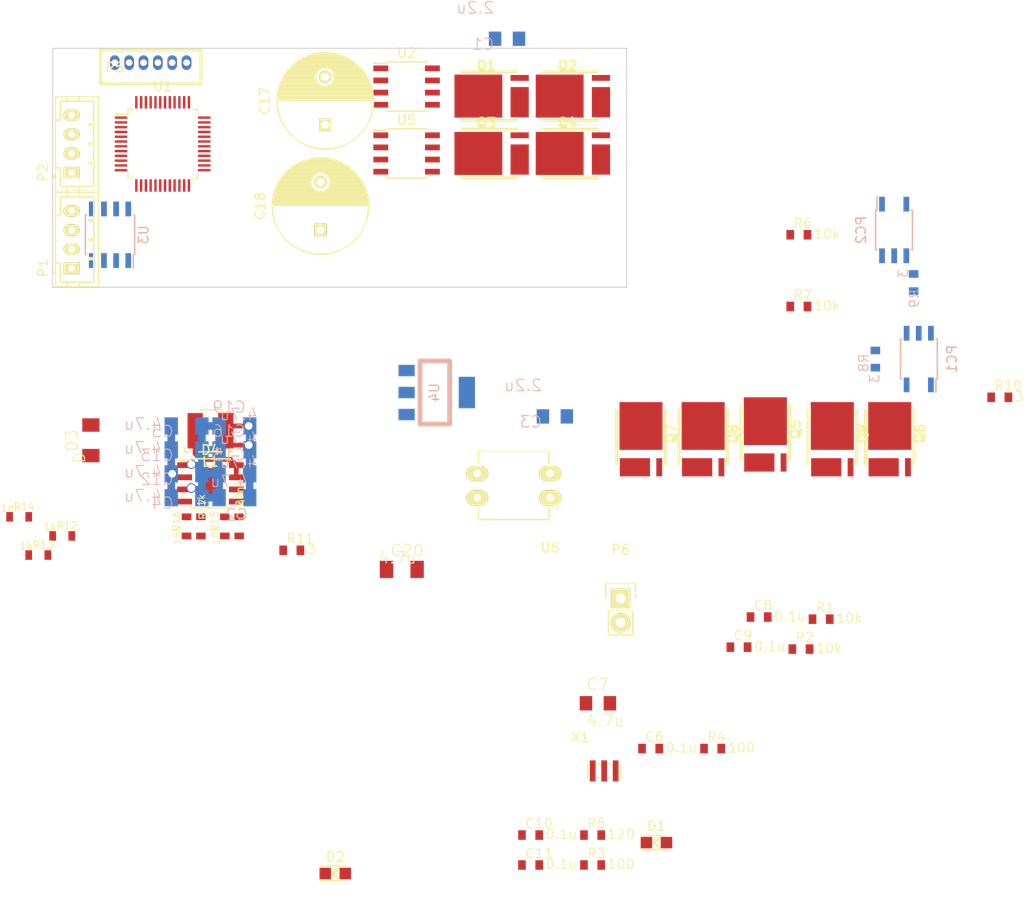
<source format=kicad_pcb>
(kicad_pcb (version 4) (host pcbnew 4.0.7)

  (general
    (links 134)
    (no_connects 115)
    (area 19.949999 14.949999 80.050001 40.050001)
    (thickness 1.6)
    (drawings 4)
    (tracks 50)
    (zones 0)
    (modules 64)
    (nets 43)
  )

  (page A4)
  (layers
    (0 F.Cu signal)
    (31 B.Cu signal)
    (32 B.Adhes user)
    (33 F.Adhes user)
    (34 B.Paste user)
    (35 F.Paste user)
    (36 B.SilkS user)
    (37 F.SilkS user)
    (38 B.Mask user)
    (39 F.Mask user)
    (40 Dwgs.User user)
    (41 Cmts.User user)
    (42 Eco1.User user)
    (43 Eco2.User user)
    (44 Edge.Cuts user)
    (45 Margin user)
    (46 B.CrtYd user)
    (47 F.CrtYd user)
    (48 B.Fab user)
    (49 F.Fab user)
  )

  (setup
    (last_trace_width 0.5)
    (user_trace_width 0.5)
    (user_trace_width 0.8)
    (trace_clearance 0.2)
    (zone_clearance 0.508)
    (zone_45_only no)
    (trace_min 0.2)
    (segment_width 0.2)
    (edge_width 0.1)
    (via_size 0.6)
    (via_drill 0.4)
    (via_min_size 0.4)
    (via_min_drill 0.3)
    (user_via 1 0.8)
    (uvia_size 0.3)
    (uvia_drill 0.1)
    (uvias_allowed no)
    (uvia_min_size 0.2)
    (uvia_min_drill 0.1)
    (pcb_text_width 0.3)
    (pcb_text_size 1.5 1.5)
    (mod_edge_width 0.15)
    (mod_text_size 1 1)
    (mod_text_width 0.15)
    (pad_size 1.5 1.5)
    (pad_drill 0.6)
    (pad_to_mask_clearance 0)
    (aux_axis_origin 0 0)
    (visible_elements 7FFEFFFF)
    (pcbplotparams
      (layerselection 0x00030_80000001)
      (usegerberextensions false)
      (excludeedgelayer true)
      (linewidth 0.100000)
      (plotframeref false)
      (viasonmask false)
      (mode 1)
      (useauxorigin false)
      (hpglpennumber 1)
      (hpglpenspeed 20)
      (hpglpendiameter 15)
      (hpglpenoverlay 2)
      (psnegative false)
      (psa4output false)
      (plotreference true)
      (plotvalue true)
      (plotinvisibletext false)
      (padsonsilk false)
      (subtractmaskfromsilk false)
      (outputformat 1)
      (mirror false)
      (drillshape 1)
      (scaleselection 1)
      (outputdirectory ""))
  )

  (net 0 "")
  (net 1 /SW1)
  (net 2 +12V)
  (net 3 GND)
  (net 4 +3.3V)
  (net 5 /CAN_L)
  (net 6 /CAN_H)
  (net 7 /SWCLK)
  (net 8 /SWDIO)
  (net 9 /USART_TX)
  (net 10 /USART_RX)
  (net 11 "Net-(P6-Pad2)")
  (net 12 +BATT)
  (net 13 /NRST)
  (net 14 /BOOT0)
  (net 15 /OSC_IN)
  (net 16 /OSC_OUT)
  (net 17 /CAN_RX)
  (net 18 /CAN_TX)
  (net 19 /NCP_EN)
  (net 20 "Net-(PC1-Pad5)")
  (net 21 "Net-(PC2-Pad5)")
  (net 22 /GD_12V)
  (net 23 "Net-(C12-Pad1)")
  (net 24 "Net-(C14-Pad1)")
  (net 25 "Net-(D4-Pad4)")
  (net 26 "Net-(D4-Pad5)")
  (net 27 "Net-(D4-Pad7)")
  (net 28 "Net-(P1-Pad2)")
  (net 29 "Net-(PC1-Pad1)")
  (net 30 GNDPWR)
  (net 31 "Net-(PC2-Pad1)")
  (net 32 "Net-(Q1-Pad1)")
  (net 33 "Net-(Q2-Pad1)")
  (net 34 "Net-(Q3-Pad3)")
  (net 35 "Net-(Q3-Pad1)")
  (net 36 "Net-(Q4-Pad1)")
  (net 37 "Net-(Q5-Pad2)")
  (net 38 /OUT_EN)
  (net 39 /PW_OUT)
  (net 40 /CS_N)
  (net 41 "Net-(D1-Pad2)")
  (net 42 "Net-(D2-Pad2)")

  (net_class Default "これは標準のネット クラスです。"
    (clearance 0.2)
    (trace_width 0.25)
    (via_dia 0.6)
    (via_drill 0.4)
    (uvia_dia 0.3)
    (uvia_drill 0.1)
    (add_net +12V)
    (add_net +3.3V)
    (add_net +BATT)
    (add_net /BOOT0)
    (add_net /CAN_H)
    (add_net /CAN_L)
    (add_net /CAN_RX)
    (add_net /CAN_TX)
    (add_net /CS_N)
    (add_net /GD_12V)
    (add_net /NCP_EN)
    (add_net /NRST)
    (add_net /OSC_IN)
    (add_net /OSC_OUT)
    (add_net /OUT_EN)
    (add_net /PW_OUT)
    (add_net /SW1)
    (add_net /SWCLK)
    (add_net /SWDIO)
    (add_net /USART_RX)
    (add_net /USART_TX)
    (add_net GND)
    (add_net GNDPWR)
    (add_net "Net-(C12-Pad1)")
    (add_net "Net-(C14-Pad1)")
    (add_net "Net-(D1-Pad2)")
    (add_net "Net-(D2-Pad2)")
    (add_net "Net-(D4-Pad4)")
    (add_net "Net-(D4-Pad5)")
    (add_net "Net-(D4-Pad7)")
    (add_net "Net-(P1-Pad2)")
    (add_net "Net-(P6-Pad2)")
    (add_net "Net-(PC1-Pad1)")
    (add_net "Net-(PC1-Pad5)")
    (add_net "Net-(PC2-Pad1)")
    (add_net "Net-(PC2-Pad5)")
    (add_net "Net-(Q1-Pad1)")
    (add_net "Net-(Q2-Pad1)")
    (add_net "Net-(Q3-Pad1)")
    (add_net "Net-(Q3-Pad3)")
    (add_net "Net-(Q4-Pad1)")
    (add_net "Net-(Q5-Pad2)")
  )

  (module RP_KiCAD_Libs:C2012 (layer B.Cu) (tedit 0) (tstamp 5B39F3C4)
    (at 67.5 14)
    (descr <b>CAPACITOR</b>)
    (path /5B3A052F)
    (fp_text reference C1 (at -1.27 1.27) (layer B.SilkS)
      (effects (font (size 1.2065 1.2065) (thickness 0.1016)) (justify left bottom mirror))
    )
    (fp_text value 2.2u (at -1.27 -2.54) (layer B.SilkS)
      (effects (font (size 1.2065 1.2065) (thickness 0.1016)) (justify left bottom mirror))
    )
    (fp_line (start -0.381 0.66) (end 0.381 0.66) (layer Dwgs.User) (width 0.1016))
    (fp_line (start -0.356 -0.66) (end 0.381 -0.66) (layer Dwgs.User) (width 0.1016))
    (fp_poly (pts (xy -1.0922 -0.7239) (xy -0.3421 -0.7239) (xy -0.3421 0.7262) (xy -1.0922 0.7262)) (layer Dwgs.User) (width 0))
    (fp_poly (pts (xy 0.3556 -0.7239) (xy 1.1057 -0.7239) (xy 1.1057 0.7262) (xy 0.3556 0.7262)) (layer Dwgs.User) (width 0))
    (fp_poly (pts (xy -0.1001 -0.4001) (xy 0.1001 -0.4001) (xy 0.1001 0.4001) (xy -0.1001 0.4001)) (layer B.Adhes) (width 0))
    (pad 1 smd rect (at -1.25 0) (size 1.3 1.5) (layers B.Cu B.Paste B.Mask))
    (pad 2 smd rect (at 1.25 0) (size 1.3 1.5) (layers B.Cu B.Paste B.Mask))
    (model Resistors_SMD.3dshapes/R_0805.wrl
      (at (xyz 0 0 0))
      (scale (xyz 1 1 1))
      (rotate (xyz 0 0 0))
    )
  )

  (module RP_KiCAD_Libs:C2012 (layer B.Cu) (tedit 0) (tstamp 5B39F3D0)
    (at 72.5 53.5)
    (descr <b>CAPACITOR</b>)
    (path /5B3A0A4A)
    (fp_text reference C3 (at -1.27 1.27) (layer B.SilkS)
      (effects (font (size 1.2065 1.2065) (thickness 0.1016)) (justify left bottom mirror))
    )
    (fp_text value 2.2u (at -1.27 -2.54) (layer B.SilkS)
      (effects (font (size 1.2065 1.2065) (thickness 0.1016)) (justify left bottom mirror))
    )
    (fp_line (start -0.381 0.66) (end 0.381 0.66) (layer Dwgs.User) (width 0.1016))
    (fp_line (start -0.356 -0.66) (end 0.381 -0.66) (layer Dwgs.User) (width 0.1016))
    (fp_poly (pts (xy -1.0922 -0.7239) (xy -0.3421 -0.7239) (xy -0.3421 0.7262) (xy -1.0922 0.7262)) (layer Dwgs.User) (width 0))
    (fp_poly (pts (xy 0.3556 -0.7239) (xy 1.1057 -0.7239) (xy 1.1057 0.7262) (xy 0.3556 0.7262)) (layer Dwgs.User) (width 0))
    (fp_poly (pts (xy -0.1001 -0.4001) (xy 0.1001 -0.4001) (xy 0.1001 0.4001) (xy -0.1001 0.4001)) (layer B.Adhes) (width 0))
    (pad 1 smd rect (at -1.25 0) (size 1.3 1.5) (layers B.Cu B.Paste B.Mask))
    (pad 2 smd rect (at 1.25 0) (size 1.3 1.5) (layers B.Cu B.Paste B.Mask))
    (model Resistors_SMD.3dshapes/R_0805.wrl
      (at (xyz 0 0 0))
      (scale (xyz 1 1 1))
      (rotate (xyz 0 0 0))
    )
  )

  (module RP_KiCAD_Libs:C1608_WP (layer F.Cu) (tedit 597B1956) (tstamp 5B39F3D6)
    (at 82.510001 88.234999)
    (descr <b>CAPACITOR</b>)
    (path /586F7A9C)
    (fp_text reference C6 (at -0.635 -0.635) (layer F.SilkS)
      (effects (font (size 1 1) (thickness 0.1)) (justify left bottom))
    )
    (fp_text value 0.1u (at 1.5 0.5) (layer F.SilkS)
      (effects (font (size 1 1) (thickness 0.1)) (justify left bottom))
    )
    (fp_line (start -0.356 -0.432) (end 0.356 -0.432) (layer Dwgs.User) (width 0.1016))
    (fp_line (start -0.356 0.419) (end 0.356 0.419) (layer Dwgs.User) (width 0.1016))
    (fp_poly (pts (xy -0.8382 0.4699) (xy -0.3381 0.4699) (xy -0.3381 -0.4801) (xy -0.8382 -0.4801)) (layer Dwgs.User) (width 0))
    (fp_poly (pts (xy 0.3302 0.4699) (xy 0.8303 0.4699) (xy 0.8303 -0.4801) (xy 0.3302 -0.4801)) (layer Dwgs.User) (width 0))
    (fp_poly (pts (xy -0.1999 0.3) (xy 0.1999 0.3) (xy 0.1999 -0.3) (xy -0.1999 -0.3)) (layer F.Adhes) (width 0))
    (pad 1 smd rect (at -0.9 0) (size 0.8 1) (layers F.Cu F.Paste F.Mask)
      (net 3 GND))
    (pad 2 smd rect (at 0.9 0) (size 0.8 1) (layers F.Cu F.Paste F.Mask)
      (net 4 +3.3V))
    (model Resistors_SMD.3dshapes/R_0603.wrl
      (at (xyz 0 0 0))
      (scale (xyz 1 1 1))
      (rotate (xyz 0 0 0))
    )
  )

  (module RP_KiCAD_Libs:C2012 (layer F.Cu) (tedit 0) (tstamp 5B39F3DC)
    (at 77 83.5)
    (descr <b>CAPACITOR</b>)
    (path /57DCED4E)
    (fp_text reference C7 (at -1.27 -1.27) (layer F.SilkS)
      (effects (font (size 1.2065 1.2065) (thickness 0.1016)) (justify left bottom))
    )
    (fp_text value 4.7u (at -1.27 2.54) (layer F.SilkS)
      (effects (font (size 1.2065 1.2065) (thickness 0.1016)) (justify left bottom))
    )
    (fp_line (start -0.381 -0.66) (end 0.381 -0.66) (layer Dwgs.User) (width 0.1016))
    (fp_line (start -0.356 0.66) (end 0.381 0.66) (layer Dwgs.User) (width 0.1016))
    (fp_poly (pts (xy -1.0922 0.7239) (xy -0.3421 0.7239) (xy -0.3421 -0.7262) (xy -1.0922 -0.7262)) (layer Dwgs.User) (width 0))
    (fp_poly (pts (xy 0.3556 0.7239) (xy 1.1057 0.7239) (xy 1.1057 -0.7262) (xy 0.3556 -0.7262)) (layer Dwgs.User) (width 0))
    (fp_poly (pts (xy -0.1001 0.4001) (xy 0.1001 0.4001) (xy 0.1001 -0.4001) (xy -0.1001 -0.4001)) (layer F.Adhes) (width 0))
    (pad 1 smd rect (at -1.25 0) (size 1.3 1.5) (layers F.Cu F.Paste F.Mask)
      (net 4 +3.3V))
    (pad 2 smd rect (at 1.25 0) (size 1.3 1.5) (layers F.Cu F.Paste F.Mask)
      (net 3 GND))
    (model Resistors_SMD.3dshapes/R_0805.wrl
      (at (xyz 0 0 0))
      (scale (xyz 1 1 1))
      (rotate (xyz 0 0 0))
    )
  )

  (module RP_KiCAD_Libs:C1608_WP (layer F.Cu) (tedit 597B1956) (tstamp 5B39F3E2)
    (at 93.850001 74.484999)
    (descr <b>CAPACITOR</b>)
    (path /581BF2D3)
    (fp_text reference C8 (at -0.635 -0.635) (layer F.SilkS)
      (effects (font (size 1 1) (thickness 0.1)) (justify left bottom))
    )
    (fp_text value 0.1u (at 1.5 0.5) (layer F.SilkS)
      (effects (font (size 1 1) (thickness 0.1)) (justify left bottom))
    )
    (fp_line (start -0.356 -0.432) (end 0.356 -0.432) (layer Dwgs.User) (width 0.1016))
    (fp_line (start -0.356 0.419) (end 0.356 0.419) (layer Dwgs.User) (width 0.1016))
    (fp_poly (pts (xy -0.8382 0.4699) (xy -0.3381 0.4699) (xy -0.3381 -0.4801) (xy -0.8382 -0.4801)) (layer Dwgs.User) (width 0))
    (fp_poly (pts (xy 0.3302 0.4699) (xy 0.8303 0.4699) (xy 0.8303 -0.4801) (xy 0.3302 -0.4801)) (layer Dwgs.User) (width 0))
    (fp_poly (pts (xy -0.1999 0.3) (xy 0.1999 0.3) (xy 0.1999 -0.3) (xy -0.1999 -0.3)) (layer F.Adhes) (width 0))
    (pad 1 smd rect (at -0.9 0) (size 0.8 1) (layers F.Cu F.Paste F.Mask)
      (net 3 GND))
    (pad 2 smd rect (at 0.9 0) (size 0.8 1) (layers F.Cu F.Paste F.Mask)
      (net 4 +3.3V))
    (model Resistors_SMD.3dshapes/R_0603.wrl
      (at (xyz 0 0 0))
      (scale (xyz 1 1 1))
      (rotate (xyz 0 0 0))
    )
  )

  (module RP_KiCAD_Libs:C1608_WP (layer F.Cu) (tedit 597B1956) (tstamp 5B39F3E8)
    (at 91.740001 77.634999)
    (descr <b>CAPACITOR</b>)
    (path /581BF21A)
    (fp_text reference C9 (at -0.635 -0.635) (layer F.SilkS)
      (effects (font (size 1 1) (thickness 0.1)) (justify left bottom))
    )
    (fp_text value 0.1u (at 1.5 0.5) (layer F.SilkS)
      (effects (font (size 1 1) (thickness 0.1)) (justify left bottom))
    )
    (fp_line (start -0.356 -0.432) (end 0.356 -0.432) (layer Dwgs.User) (width 0.1016))
    (fp_line (start -0.356 0.419) (end 0.356 0.419) (layer Dwgs.User) (width 0.1016))
    (fp_poly (pts (xy -0.8382 0.4699) (xy -0.3381 0.4699) (xy -0.3381 -0.4801) (xy -0.8382 -0.4801)) (layer Dwgs.User) (width 0))
    (fp_poly (pts (xy 0.3302 0.4699) (xy 0.8303 0.4699) (xy 0.8303 -0.4801) (xy 0.3302 -0.4801)) (layer Dwgs.User) (width 0))
    (fp_poly (pts (xy -0.1999 0.3) (xy 0.1999 0.3) (xy 0.1999 -0.3) (xy -0.1999 -0.3)) (layer F.Adhes) (width 0))
    (pad 1 smd rect (at -0.9 0) (size 0.8 1) (layers F.Cu F.Paste F.Mask)
      (net 3 GND))
    (pad 2 smd rect (at 0.9 0) (size 0.8 1) (layers F.Cu F.Paste F.Mask)
      (net 4 +3.3V))
    (model Resistors_SMD.3dshapes/R_0603.wrl
      (at (xyz 0 0 0))
      (scale (xyz 1 1 1))
      (rotate (xyz 0 0 0))
    )
  )

  (module RP_KiCAD_Libs:C1608_WP (layer F.Cu) (tedit 597B1956) (tstamp 5B39F3EE)
    (at 69.960001 97.284999)
    (descr <b>CAPACITOR</b>)
    (path /586F7A8A)
    (fp_text reference C10 (at -0.635 -0.635) (layer F.SilkS)
      (effects (font (size 1 1) (thickness 0.1)) (justify left bottom))
    )
    (fp_text value 0.1u (at 1.5 0.5) (layer F.SilkS)
      (effects (font (size 1 1) (thickness 0.1)) (justify left bottom))
    )
    (fp_line (start -0.356 -0.432) (end 0.356 -0.432) (layer Dwgs.User) (width 0.1016))
    (fp_line (start -0.356 0.419) (end 0.356 0.419) (layer Dwgs.User) (width 0.1016))
    (fp_poly (pts (xy -0.8382 0.4699) (xy -0.3381 0.4699) (xy -0.3381 -0.4801) (xy -0.8382 -0.4801)) (layer Dwgs.User) (width 0))
    (fp_poly (pts (xy 0.3302 0.4699) (xy 0.8303 0.4699) (xy 0.8303 -0.4801) (xy 0.3302 -0.4801)) (layer Dwgs.User) (width 0))
    (fp_poly (pts (xy -0.1999 0.3) (xy 0.1999 0.3) (xy 0.1999 -0.3) (xy -0.1999 -0.3)) (layer F.Adhes) (width 0))
    (pad 1 smd rect (at -0.9 0) (size 0.8 1) (layers F.Cu F.Paste F.Mask)
      (net 3 GND))
    (pad 2 smd rect (at 0.9 0) (size 0.8 1) (layers F.Cu F.Paste F.Mask)
      (net 4 +3.3V))
    (model Resistors_SMD.3dshapes/R_0603.wrl
      (at (xyz 0 0 0))
      (scale (xyz 1 1 1))
      (rotate (xyz 0 0 0))
    )
  )

  (module RP_KiCAD_Libs:C1608_WP (layer F.Cu) (tedit 597B1956) (tstamp 5B39F3F4)
    (at 69.960001 100.414999)
    (descr <b>CAPACITOR</b>)
    (path /586F8127)
    (fp_text reference C11 (at -0.635 -0.635) (layer F.SilkS)
      (effects (font (size 1 1) (thickness 0.1)) (justify left bottom))
    )
    (fp_text value 0.1u (at 1.5 0.5) (layer F.SilkS)
      (effects (font (size 1 1) (thickness 0.1)) (justify left bottom))
    )
    (fp_line (start -0.356 -0.432) (end 0.356 -0.432) (layer Dwgs.User) (width 0.1016))
    (fp_line (start -0.356 0.419) (end 0.356 0.419) (layer Dwgs.User) (width 0.1016))
    (fp_poly (pts (xy -0.8382 0.4699) (xy -0.3381 0.4699) (xy -0.3381 -0.4801) (xy -0.8382 -0.4801)) (layer Dwgs.User) (width 0))
    (fp_poly (pts (xy 0.3302 0.4699) (xy 0.8303 0.4699) (xy 0.8303 -0.4801) (xy 0.3302 -0.4801)) (layer Dwgs.User) (width 0))
    (fp_poly (pts (xy -0.1999 0.3) (xy 0.1999 0.3) (xy 0.1999 -0.3) (xy -0.1999 -0.3)) (layer F.Adhes) (width 0))
    (pad 1 smd rect (at -0.9 0) (size 0.8 1) (layers F.Cu F.Paste F.Mask)
      (net 3 GND))
    (pad 2 smd rect (at 0.9 0) (size 0.8 1) (layers F.Cu F.Paste F.Mask))
    (model Resistors_SMD.3dshapes/R_0603.wrl
      (at (xyz 0 0 0))
      (scale (xyz 1 1 1))
      (rotate (xyz 0 0 0))
    )
  )

  (module LEDs:LED_0805 (layer F.Cu) (tedit 58CA0E5D) (tstamp 5B39F3FA)
    (at 83.115002 98.074999)
    (descr "LED 0805 smd package")
    (tags "LED 0805 SMD")
    (path /57DD2FEB)
    (attr smd)
    (fp_text reference D1 (at 0 -1.75) (layer F.SilkS)
      (effects (font (size 1 1) (thickness 0.15)))
    )
    (fp_text value LED (at 0 1.75) (layer F.Fab)
      (effects (font (size 1 1) (thickness 0.15)))
    )
    (fp_line (start -0.3 0) (end 0.3 0.5) (layer F.SilkS) (width 0.3))
    (fp_line (start -0.3 0) (end 0.3 -0.5) (layer F.SilkS) (width 0.3))
    (fp_line (start -1.6 0.75) (end 1.1 0.75) (layer F.SilkS) (width 0.15))
    (fp_line (start -1.6 -0.75) (end 1.1 -0.75) (layer F.SilkS) (width 0.15))
    (fp_line (start 1.9 -0.95) (end 1.9 0.95) (layer F.CrtYd) (width 0.05))
    (fp_line (start 1.9 0.95) (end -1.9 0.95) (layer F.CrtYd) (width 0.05))
    (fp_line (start -1.9 0.95) (end -1.9 -0.95) (layer F.CrtYd) (width 0.05))
    (fp_line (start -1.9 -0.95) (end 1.9 -0.95) (layer F.CrtYd) (width 0.05))
    (pad 1 smd rect (at 1.04902 0 180) (size 1.19888 1.19888) (layers F.Cu F.Paste F.Mask)
      (net 4 +3.3V))
    (pad 2 smd rect (at -1.04902 0 180) (size 1.19888 1.19888) (layers F.Cu F.Paste F.Mask)
      (net 41 "Net-(D1-Pad2)"))
    (model LEDs.3dshapes/LED_0805.wrl
      (at (xyz 0 0 0))
      (scale (xyz 1 1 1))
      (rotate (xyz 0 0 0))
    )
  )

  (module LEDs:LED_0805 (layer F.Cu) (tedit 58CA0E5D) (tstamp 5B39F400)
    (at 49.545002 101.304999)
    (descr "LED 0805 smd package")
    (tags "LED 0805 SMD")
    (path /57DD3BCB)
    (attr smd)
    (fp_text reference D2 (at 0 -1.75) (layer F.SilkS)
      (effects (font (size 1 1) (thickness 0.15)))
    )
    (fp_text value LED (at 0 1.75) (layer F.Fab)
      (effects (font (size 1 1) (thickness 0.15)))
    )
    (fp_line (start -0.3 0) (end 0.3 0.5) (layer F.SilkS) (width 0.3))
    (fp_line (start -0.3 0) (end 0.3 -0.5) (layer F.SilkS) (width 0.3))
    (fp_line (start -1.6 0.75) (end 1.1 0.75) (layer F.SilkS) (width 0.15))
    (fp_line (start -1.6 -0.75) (end 1.1 -0.75) (layer F.SilkS) (width 0.15))
    (fp_line (start 1.9 -0.95) (end 1.9 0.95) (layer F.CrtYd) (width 0.05))
    (fp_line (start 1.9 0.95) (end -1.9 0.95) (layer F.CrtYd) (width 0.05))
    (fp_line (start -1.9 0.95) (end -1.9 -0.95) (layer F.CrtYd) (width 0.05))
    (fp_line (start -1.9 -0.95) (end 1.9 -0.95) (layer F.CrtYd) (width 0.05))
    (pad 1 smd rect (at 1.04902 0 180) (size 1.19888 1.19888) (layers F.Cu F.Paste F.Mask))
    (pad 2 smd rect (at -1.04902 0 180) (size 1.19888 1.19888) (layers F.Cu F.Paste F.Mask)
      (net 42 "Net-(D2-Pad2)"))
    (model LEDs.3dshapes/LED_0805.wrl
      (at (xyz 0 0 0))
      (scale (xyz 1 1 1))
      (rotate (xyz 0 0 0))
    )
  )

  (module RP_KiCAD_Connector:ZH_6T (layer F.Cu) (tedit 585B7582) (tstamp 5B39F42C)
    (at 26.5 16.5)
    (path /57DDCDDC)
    (fp_text reference P5 (at 0 0.5) (layer F.SilkS)
      (effects (font (size 1 1) (thickness 0.15)))
    )
    (fp_text value CONN_01X06 (at 3.5 1.5) (layer F.Fab)
      (effects (font (size 1 1) (thickness 0.15)))
    )
    (fp_line (start -1.5 -1.3) (end 9 -1.3) (layer F.SilkS) (width 0.3))
    (fp_line (start 9 -1.3) (end 9 2.2) (layer F.SilkS) (width 0.3))
    (fp_line (start 9 2.2) (end -1.5 2.2) (layer F.SilkS) (width 0.3))
    (fp_line (start -1.5 2.2) (end -1.5 -1.3) (layer F.SilkS) (width 0.3))
    (pad 1 thru_hole oval (at 0 0) (size 1 1.524) (drill 0.7) (layers *.Cu *.Mask)
      (net 3 GND))
    (pad 2 thru_hole oval (at 1.5 0) (size 1 1.524) (drill 0.7) (layers *.Cu *.Mask))
    (pad 3 thru_hole oval (at 3 0) (size 1 1.524) (drill 0.7) (layers *.Cu *.Mask)
      (net 7 /SWCLK))
    (pad 4 thru_hole oval (at 4.5 0) (size 1 1.524) (drill 0.7) (layers *.Cu *.Mask)
      (net 8 /SWDIO))
    (pad 5 thru_hole oval (at 6 0) (size 1 1.524) (drill 0.7) (layers *.Cu *.Mask)
      (net 9 /USART_TX))
    (pad 6 thru_hole oval (at 7.5 0) (size 1 1.524) (drill 0.7) (layers *.Cu *.Mask)
      (net 10 /USART_RX))
    (model conn_ZRandZH/ZH_6T.wrl
      (at (xyz 0.148 0.05 0))
      (scale (xyz 4 4 4))
      (rotate (xyz -90 0 180))
    )
  )

  (module Pin_Headers:Pin_Header_Straight_1x02 (layer F.Cu) (tedit 54EA090C) (tstamp 5B39F432)
    (at 79.373334 72.524999)
    (descr "Through hole pin header")
    (tags "pin header")
    (path /57E11162)
    (fp_text reference P6 (at 0 -5.1) (layer F.SilkS)
      (effects (font (size 1 1) (thickness 0.15)))
    )
    (fp_text value CONN_01X02 (at 0 -3.1) (layer F.Fab)
      (effects (font (size 1 1) (thickness 0.15)))
    )
    (fp_line (start 1.27 1.27) (end 1.27 3.81) (layer F.SilkS) (width 0.15))
    (fp_line (start 1.55 -1.55) (end 1.55 0) (layer F.SilkS) (width 0.15))
    (fp_line (start -1.75 -1.75) (end -1.75 4.3) (layer F.CrtYd) (width 0.05))
    (fp_line (start 1.75 -1.75) (end 1.75 4.3) (layer F.CrtYd) (width 0.05))
    (fp_line (start -1.75 -1.75) (end 1.75 -1.75) (layer F.CrtYd) (width 0.05))
    (fp_line (start -1.75 4.3) (end 1.75 4.3) (layer F.CrtYd) (width 0.05))
    (fp_line (start 1.27 1.27) (end -1.27 1.27) (layer F.SilkS) (width 0.15))
    (fp_line (start -1.55 0) (end -1.55 -1.55) (layer F.SilkS) (width 0.15))
    (fp_line (start -1.55 -1.55) (end 1.55 -1.55) (layer F.SilkS) (width 0.15))
    (fp_line (start -1.27 1.27) (end -1.27 3.81) (layer F.SilkS) (width 0.15))
    (fp_line (start -1.27 3.81) (end 1.27 3.81) (layer F.SilkS) (width 0.15))
    (pad 1 thru_hole rect (at 0 0) (size 2.032 2.032) (drill 1.016) (layers *.Cu *.Mask F.SilkS)
      (net 6 /CAN_H))
    (pad 2 thru_hole oval (at 0 2.54) (size 2.032 2.032) (drill 1.016) (layers *.Cu *.Mask F.SilkS)
      (net 11 "Net-(P6-Pad2)"))
    (model Pin_Headers.3dshapes/Pin_Header_Straight_1x02.wrl
      (at (xyz 0 -0.05 0))
      (scale (xyz 1 1 1))
      (rotate (xyz 0 0 90))
    )
  )

  (module RP_KiCAD_Libs:C1608_WP (layer F.Cu) (tedit 597B1956) (tstamp 5B39F454)
    (at 100.330001 74.704999)
    (descr <b>CAPACITOR</b>)
    (path /5773CB7C)
    (fp_text reference R1 (at -0.635 -0.635) (layer F.SilkS)
      (effects (font (size 1 1) (thickness 0.1)) (justify left bottom))
    )
    (fp_text value 10k (at 1.5 0.5) (layer F.SilkS)
      (effects (font (size 1 1) (thickness 0.1)) (justify left bottom))
    )
    (fp_line (start -0.356 -0.432) (end 0.356 -0.432) (layer Dwgs.User) (width 0.1016))
    (fp_line (start -0.356 0.419) (end 0.356 0.419) (layer Dwgs.User) (width 0.1016))
    (fp_poly (pts (xy -0.8382 0.4699) (xy -0.3381 0.4699) (xy -0.3381 -0.4801) (xy -0.8382 -0.4801)) (layer Dwgs.User) (width 0))
    (fp_poly (pts (xy 0.3302 0.4699) (xy 0.8303 0.4699) (xy 0.8303 -0.4801) (xy 0.3302 -0.4801)) (layer Dwgs.User) (width 0))
    (fp_poly (pts (xy -0.1999 0.3) (xy 0.1999 0.3) (xy 0.1999 -0.3) (xy -0.1999 -0.3)) (layer F.Adhes) (width 0))
    (pad 1 smd rect (at -0.9 0) (size 0.8 1) (layers F.Cu F.Paste F.Mask)
      (net 4 +3.3V))
    (pad 2 smd rect (at 0.9 0) (size 0.8 1) (layers F.Cu F.Paste F.Mask)
      (net 13 /NRST))
    (model Resistors_SMD.3dshapes/R_0603.wrl
      (at (xyz 0 0 0))
      (scale (xyz 1 1 1))
      (rotate (xyz 0 0 0))
    )
  )

  (module RP_KiCAD_Libs:C1608_WP (layer F.Cu) (tedit 597B1956) (tstamp 5B39F45A)
    (at 98.220001 77.834999)
    (descr <b>CAPACITOR</b>)
    (path /5773D19C)
    (fp_text reference R2 (at -0.635 -0.635) (layer F.SilkS)
      (effects (font (size 1 1) (thickness 0.1)) (justify left bottom))
    )
    (fp_text value 10k (at 1.5 0.5) (layer F.SilkS)
      (effects (font (size 1 1) (thickness 0.1)) (justify left bottom))
    )
    (fp_line (start -0.356 -0.432) (end 0.356 -0.432) (layer Dwgs.User) (width 0.1016))
    (fp_line (start -0.356 0.419) (end 0.356 0.419) (layer Dwgs.User) (width 0.1016))
    (fp_poly (pts (xy -0.8382 0.4699) (xy -0.3381 0.4699) (xy -0.3381 -0.4801) (xy -0.8382 -0.4801)) (layer Dwgs.User) (width 0))
    (fp_poly (pts (xy 0.3302 0.4699) (xy 0.8303 0.4699) (xy 0.8303 -0.4801) (xy 0.3302 -0.4801)) (layer Dwgs.User) (width 0))
    (fp_poly (pts (xy -0.1999 0.3) (xy 0.1999 0.3) (xy 0.1999 -0.3) (xy -0.1999 -0.3)) (layer F.Adhes) (width 0))
    (pad 1 smd rect (at -0.9 0) (size 0.8 1) (layers F.Cu F.Paste F.Mask))
    (pad 2 smd rect (at 0.9 0) (size 0.8 1) (layers F.Cu F.Paste F.Mask)
      (net 14 /BOOT0))
    (model Resistors_SMD.3dshapes/R_0603.wrl
      (at (xyz 0 0 0))
      (scale (xyz 1 1 1))
      (rotate (xyz 0 0 0))
    )
  )

  (module RP_KiCAD_Libs:C1608_WP (layer F.Cu) (tedit 597B1956) (tstamp 5B39F460)
    (at 76.440001 100.414999)
    (descr <b>CAPACITOR</b>)
    (path /57DD3091)
    (fp_text reference R3 (at -0.635 -0.635) (layer F.SilkS)
      (effects (font (size 1 1) (thickness 0.1)) (justify left bottom))
    )
    (fp_text value 100 (at 1.5 0.5) (layer F.SilkS)
      (effects (font (size 1 1) (thickness 0.1)) (justify left bottom))
    )
    (fp_line (start -0.356 -0.432) (end 0.356 -0.432) (layer Dwgs.User) (width 0.1016))
    (fp_line (start -0.356 0.419) (end 0.356 0.419) (layer Dwgs.User) (width 0.1016))
    (fp_poly (pts (xy -0.8382 0.4699) (xy -0.3381 0.4699) (xy -0.3381 -0.4801) (xy -0.8382 -0.4801)) (layer Dwgs.User) (width 0))
    (fp_poly (pts (xy 0.3302 0.4699) (xy 0.8303 0.4699) (xy 0.8303 -0.4801) (xy 0.3302 -0.4801)) (layer Dwgs.User) (width 0))
    (fp_poly (pts (xy -0.1999 0.3) (xy 0.1999 0.3) (xy 0.1999 -0.3) (xy -0.1999 -0.3)) (layer F.Adhes) (width 0))
    (pad 1 smd rect (at -0.9 0) (size 0.8 1) (layers F.Cu F.Paste F.Mask)
      (net 41 "Net-(D1-Pad2)"))
    (pad 2 smd rect (at 0.9 0) (size 0.8 1) (layers F.Cu F.Paste F.Mask)
      (net 3 GND))
    (model Resistors_SMD.3dshapes/R_0603.wrl
      (at (xyz 0 0 0))
      (scale (xyz 1 1 1))
      (rotate (xyz 0 0 0))
    )
  )

  (module RP_KiCAD_Libs:C1608_WP (layer F.Cu) (tedit 597B1956) (tstamp 5B39F466)
    (at 88.990001 88.234999)
    (descr <b>CAPACITOR</b>)
    (path /57DD3BD1)
    (fp_text reference R4 (at -0.635 -0.635) (layer F.SilkS)
      (effects (font (size 1 1) (thickness 0.1)) (justify left bottom))
    )
    (fp_text value 100 (at 1.5 0.5) (layer F.SilkS)
      (effects (font (size 1 1) (thickness 0.1)) (justify left bottom))
    )
    (fp_line (start -0.356 -0.432) (end 0.356 -0.432) (layer Dwgs.User) (width 0.1016))
    (fp_line (start -0.356 0.419) (end 0.356 0.419) (layer Dwgs.User) (width 0.1016))
    (fp_poly (pts (xy -0.8382 0.4699) (xy -0.3381 0.4699) (xy -0.3381 -0.4801) (xy -0.8382 -0.4801)) (layer Dwgs.User) (width 0))
    (fp_poly (pts (xy 0.3302 0.4699) (xy 0.8303 0.4699) (xy 0.8303 -0.4801) (xy 0.3302 -0.4801)) (layer Dwgs.User) (width 0))
    (fp_poly (pts (xy -0.1999 0.3) (xy 0.1999 0.3) (xy 0.1999 -0.3) (xy -0.1999 -0.3)) (layer F.Adhes) (width 0))
    (pad 1 smd rect (at -0.9 0) (size 0.8 1) (layers F.Cu F.Paste F.Mask)
      (net 42 "Net-(D2-Pad2)"))
    (pad 2 smd rect (at 0.9 0) (size 0.8 1) (layers F.Cu F.Paste F.Mask)
      (net 3 GND))
    (model Resistors_SMD.3dshapes/R_0603.wrl
      (at (xyz 0 0 0))
      (scale (xyz 1 1 1))
      (rotate (xyz 0 0 0))
    )
  )

  (module RP_KiCAD_Libs:C1608_WP (layer F.Cu) (tedit 597B1956) (tstamp 5B39F46C)
    (at 76.440001 97.284999)
    (descr <b>CAPACITOR</b>)
    (path /57E111F2)
    (fp_text reference R5 (at -0.635 -0.635) (layer F.SilkS)
      (effects (font (size 1 1) (thickness 0.1)) (justify left bottom))
    )
    (fp_text value 120 (at 1.5 0.5) (layer F.SilkS)
      (effects (font (size 1 1) (thickness 0.1)) (justify left bottom))
    )
    (fp_line (start -0.356 -0.432) (end 0.356 -0.432) (layer Dwgs.User) (width 0.1016))
    (fp_line (start -0.356 0.419) (end 0.356 0.419) (layer Dwgs.User) (width 0.1016))
    (fp_poly (pts (xy -0.8382 0.4699) (xy -0.3381 0.4699) (xy -0.3381 -0.4801) (xy -0.8382 -0.4801)) (layer Dwgs.User) (width 0))
    (fp_poly (pts (xy 0.3302 0.4699) (xy 0.8303 0.4699) (xy 0.8303 -0.4801) (xy 0.3302 -0.4801)) (layer Dwgs.User) (width 0))
    (fp_poly (pts (xy -0.1999 0.3) (xy 0.1999 0.3) (xy 0.1999 -0.3) (xy -0.1999 -0.3)) (layer F.Adhes) (width 0))
    (pad 1 smd rect (at -0.9 0) (size 0.8 1) (layers F.Cu F.Paste F.Mask)
      (net 5 /CAN_L))
    (pad 2 smd rect (at 0.9 0) (size 0.8 1) (layers F.Cu F.Paste F.Mask)
      (net 11 "Net-(P6-Pad2)"))
    (model Resistors_SMD.3dshapes/R_0603.wrl
      (at (xyz 0 0 0))
      (scale (xyz 1 1 1))
      (rotate (xyz 0 0 0))
    )
  )

  (module Housings_QFP:LQFP-48_7x7mm_Pitch0.5mm (layer F.Cu) (tedit 54130A77) (tstamp 5B39F4A6)
    (at 31.5 25)
    (descr "48 LEAD LQFP 7x7mm (see MICREL LQFP7x7-48LD-PL-1.pdf)")
    (tags "QFP 0.5")
    (path /5B9CCC22)
    (attr smd)
    (fp_text reference U1 (at 0 -6) (layer F.SilkS)
      (effects (font (size 1 1) (thickness 0.15)))
    )
    (fp_text value STM32F103_48 (at 0 6) (layer F.Fab)
      (effects (font (size 1 1) (thickness 0.15)))
    )
    (fp_line (start -5.25 -5.25) (end -5.25 5.25) (layer F.CrtYd) (width 0.05))
    (fp_line (start 5.25 -5.25) (end 5.25 5.25) (layer F.CrtYd) (width 0.05))
    (fp_line (start -5.25 -5.25) (end 5.25 -5.25) (layer F.CrtYd) (width 0.05))
    (fp_line (start -5.25 5.25) (end 5.25 5.25) (layer F.CrtYd) (width 0.05))
    (fp_line (start -3.625 -3.625) (end -3.625 -3.1) (layer F.SilkS) (width 0.15))
    (fp_line (start 3.625 -3.625) (end 3.625 -3.1) (layer F.SilkS) (width 0.15))
    (fp_line (start 3.625 3.625) (end 3.625 3.1) (layer F.SilkS) (width 0.15))
    (fp_line (start -3.625 3.625) (end -3.625 3.1) (layer F.SilkS) (width 0.15))
    (fp_line (start -3.625 -3.625) (end -3.1 -3.625) (layer F.SilkS) (width 0.15))
    (fp_line (start -3.625 3.625) (end -3.1 3.625) (layer F.SilkS) (width 0.15))
    (fp_line (start 3.625 3.625) (end 3.1 3.625) (layer F.SilkS) (width 0.15))
    (fp_line (start 3.625 -3.625) (end 3.1 -3.625) (layer F.SilkS) (width 0.15))
    (fp_line (start -3.625 -3.1) (end -5 -3.1) (layer F.SilkS) (width 0.15))
    (pad 1 smd rect (at -4.35 -2.75) (size 1.3 0.25) (layers F.Cu F.Paste F.Mask))
    (pad 2 smd rect (at -4.35 -2.25) (size 1.3 0.25) (layers F.Cu F.Paste F.Mask))
    (pad 3 smd rect (at -4.35 -1.75) (size 1.3 0.25) (layers F.Cu F.Paste F.Mask))
    (pad 4 smd rect (at -4.35 -1.25) (size 1.3 0.25) (layers F.Cu F.Paste F.Mask))
    (pad 5 smd rect (at -4.35 -0.75) (size 1.3 0.25) (layers F.Cu F.Paste F.Mask)
      (net 15 /OSC_IN))
    (pad 6 smd rect (at -4.35 -0.25) (size 1.3 0.25) (layers F.Cu F.Paste F.Mask)
      (net 16 /OSC_OUT))
    (pad 7 smd rect (at -4.35 0.25) (size 1.3 0.25) (layers F.Cu F.Paste F.Mask)
      (net 13 /NRST))
    (pad 8 smd rect (at -4.35 0.75) (size 1.3 0.25) (layers F.Cu F.Paste F.Mask)
      (net 3 GND))
    (pad 9 smd rect (at -4.35 1.25) (size 1.3 0.25) (layers F.Cu F.Paste F.Mask)
      (net 4 +3.3V))
    (pad 10 smd rect (at -4.35 1.75) (size 1.3 0.25) (layers F.Cu F.Paste F.Mask))
    (pad 11 smd rect (at -4.35 2.25) (size 1.3 0.25) (layers F.Cu F.Paste F.Mask))
    (pad 12 smd rect (at -4.35 2.75) (size 1.3 0.25) (layers F.Cu F.Paste F.Mask))
    (pad 13 smd rect (at -2.75 4.35 90) (size 1.3 0.25) (layers F.Cu F.Paste F.Mask))
    (pad 14 smd rect (at -2.25 4.35 90) (size 1.3 0.25) (layers F.Cu F.Paste F.Mask))
    (pad 15 smd rect (at -1.75 4.35 90) (size 1.3 0.25) (layers F.Cu F.Paste F.Mask))
    (pad 16 smd rect (at -1.25 4.35 90) (size 1.3 0.25) (layers F.Cu F.Paste F.Mask))
    (pad 17 smd rect (at -0.75 4.35 90) (size 1.3 0.25) (layers F.Cu F.Paste F.Mask))
    (pad 18 smd rect (at -0.25 4.35 90) (size 1.3 0.25) (layers F.Cu F.Paste F.Mask))
    (pad 19 smd rect (at 0.25 4.35 90) (size 1.3 0.25) (layers F.Cu F.Paste F.Mask))
    (pad 20 smd rect (at 0.75 4.35 90) (size 1.3 0.25) (layers F.Cu F.Paste F.Mask))
    (pad 21 smd rect (at 1.25 4.35 90) (size 1.3 0.25) (layers F.Cu F.Paste F.Mask))
    (pad 22 smd rect (at 1.75 4.35 90) (size 1.3 0.25) (layers F.Cu F.Paste F.Mask))
    (pad 23 smd rect (at 2.25 4.35 90) (size 1.3 0.25) (layers F.Cu F.Paste F.Mask)
      (net 3 GND))
    (pad 24 smd rect (at 2.75 4.35 90) (size 1.3 0.25) (layers F.Cu F.Paste F.Mask)
      (net 4 +3.3V))
    (pad 25 smd rect (at 4.35 2.75) (size 1.3 0.25) (layers F.Cu F.Paste F.Mask))
    (pad 26 smd rect (at 4.35 2.25) (size 1.3 0.25) (layers F.Cu F.Paste F.Mask))
    (pad 27 smd rect (at 4.35 1.75) (size 1.3 0.25) (layers F.Cu F.Paste F.Mask))
    (pad 28 smd rect (at 4.35 1.25) (size 1.3 0.25) (layers F.Cu F.Paste F.Mask))
    (pad 29 smd rect (at 4.35 0.75) (size 1.3 0.25) (layers F.Cu F.Paste F.Mask))
    (pad 30 smd rect (at 4.35 0.25) (size 1.3 0.25) (layers F.Cu F.Paste F.Mask)
      (net 9 /USART_TX))
    (pad 31 smd rect (at 4.35 -0.25) (size 1.3 0.25) (layers F.Cu F.Paste F.Mask)
      (net 10 /USART_RX))
    (pad 32 smd rect (at 4.35 -0.75) (size 1.3 0.25) (layers F.Cu F.Paste F.Mask)
      (net 17 /CAN_RX))
    (pad 33 smd rect (at 4.35 -1.25) (size 1.3 0.25) (layers F.Cu F.Paste F.Mask)
      (net 18 /CAN_TX))
    (pad 34 smd rect (at 4.35 -1.75) (size 1.3 0.25) (layers F.Cu F.Paste F.Mask)
      (net 8 /SWDIO))
    (pad 35 smd rect (at 4.35 -2.25) (size 1.3 0.25) (layers F.Cu F.Paste F.Mask)
      (net 3 GND))
    (pad 36 smd rect (at 4.35 -2.75) (size 1.3 0.25) (layers F.Cu F.Paste F.Mask)
      (net 4 +3.3V))
    (pad 37 smd rect (at 2.75 -4.35 90) (size 1.3 0.25) (layers F.Cu F.Paste F.Mask)
      (net 7 /SWCLK))
    (pad 38 smd rect (at 2.25 -4.35 90) (size 1.3 0.25) (layers F.Cu F.Paste F.Mask))
    (pad 39 smd rect (at 1.75 -4.35 90) (size 1.3 0.25) (layers F.Cu F.Paste F.Mask))
    (pad 40 smd rect (at 1.25 -4.35 90) (size 1.3 0.25) (layers F.Cu F.Paste F.Mask))
    (pad 41 smd rect (at 0.75 -4.35 90) (size 1.3 0.25) (layers F.Cu F.Paste F.Mask))
    (pad 42 smd rect (at 0.25 -4.35 90) (size 1.3 0.25) (layers F.Cu F.Paste F.Mask))
    (pad 43 smd rect (at -0.25 -4.35 90) (size 1.3 0.25) (layers F.Cu F.Paste F.Mask))
    (pad 44 smd rect (at -0.75 -4.35 90) (size 1.3 0.25) (layers F.Cu F.Paste F.Mask)
      (net 14 /BOOT0))
    (pad 45 smd rect (at -1.25 -4.35 90) (size 1.3 0.25) (layers F.Cu F.Paste F.Mask))
    (pad 46 smd rect (at -1.75 -4.35 90) (size 1.3 0.25) (layers F.Cu F.Paste F.Mask))
    (pad 47 smd rect (at -2.25 -4.35 90) (size 1.3 0.25) (layers F.Cu F.Paste F.Mask))
    (pad 48 smd rect (at -2.75 -4.35 90) (size 1.3 0.25) (layers F.Cu F.Paste F.Mask)
      (net 4 +3.3V))
    (model Housings_QFP.3dshapes/LQFP-48_7x7mm_Pitch0.5mm.wrl
      (at (xyz 0 0 0))
      (scale (xyz 1 1 1))
      (rotate (xyz 0 0 0))
    )
  )

  (module Housings_SOIC:SOIC-8_3.9x4.9mm_Pitch1.27mm (layer F.Cu) (tedit 59C078EE) (tstamp 5B39F4B2)
    (at 57 19)
    (descr "8-Lead Plastic Small Outline (SN) - Narrow, 3.90 mm Body [SOIC] (see Microchip Packaging Specification 00000049BS.pdf)")
    (tags "SOIC 1.27")
    (path /5B39FD33)
    (attr smd)
    (fp_text reference U2 (at 0 -3.5) (layer F.SilkS)
      (effects (font (size 1 1) (thickness 0.15)))
    )
    (fp_text value NCP5359 (at 0 3.5) (layer F.Fab)
      (effects (font (size 1 1) (thickness 0.15)))
    )
    (fp_line (start -3.75 -2.75) (end -3.75 2.75) (layer F.CrtYd) (width 0.05))
    (fp_line (start 3.75 -2.75) (end 3.75 2.75) (layer F.CrtYd) (width 0.05))
    (fp_line (start -3.75 -2.75) (end 3.75 -2.75) (layer F.CrtYd) (width 0.05))
    (fp_line (start -3.75 2.75) (end 3.75 2.75) (layer F.CrtYd) (width 0.05))
    (fp_line (start -2.075 -2.575) (end -2.075 -2.43) (layer F.SilkS) (width 0.15))
    (fp_line (start 2.075 -2.575) (end 2.075 -2.43) (layer F.SilkS) (width 0.15))
    (fp_line (start 2.075 2.575) (end 2.075 2.43) (layer F.SilkS) (width 0.15))
    (fp_line (start -2.075 2.575) (end -2.075 2.43) (layer F.SilkS) (width 0.15))
    (fp_line (start -2.075 -2.575) (end 2.075 -2.575) (layer F.SilkS) (width 0.15))
    (fp_line (start -2.075 2.575) (end 2.075 2.575) (layer F.SilkS) (width 0.15))
    (fp_line (start -2.075 -2.43) (end -3.475 -2.43) (layer F.SilkS) (width 0.15))
    (pad 1 smd rect (at -2.7 -1.905) (size 1.55 0.6) (layers F.Cu F.Paste F.Mask)
      (net 2 +12V))
    (pad 2 smd rect (at -2.7 -0.635) (size 1.55 0.6) (layers F.Cu F.Paste F.Mask))
    (pad 3 smd rect (at -2.7 0.635) (size 1.55 0.6) (layers F.Cu F.Paste F.Mask)
      (net 19 /NCP_EN))
    (pad 4 smd rect (at -2.7 1.905) (size 1.55 0.6) (layers F.Cu F.Paste F.Mask)
      (net 2 +12V))
    (pad 5 smd rect (at 2.7 1.905) (size 1.55 0.6) (layers F.Cu F.Paste F.Mask)
      (net 33 "Net-(Q2-Pad1)"))
    (pad 6 smd rect (at 2.7 0.635) (size 1.55 0.6) (layers F.Cu F.Paste F.Mask)
      (net 3 GND))
    (pad 7 smd rect (at 2.7 -0.635) (size 1.55 0.6) (layers F.Cu F.Paste F.Mask)
      (net 1 /SW1))
    (pad 8 smd rect (at 2.7 -1.905) (size 1.55 0.6) (layers F.Cu F.Paste F.Mask)
      (net 32 "Net-(Q1-Pad1)"))
    (model Housings_SOIC.3dshapes/SOIC-8_3.9x4.9mm_Pitch1.27mm.wrl
      (at (xyz 0 0 0))
      (scale (xyz 1 1 1))
      (rotate (xyz 0 0 0))
    )
  )

  (module Housings_SOIC:SOIC-8_3.9x4.9mm_Pitch1.27mm (layer B.Cu) (tedit 59C078EE) (tstamp 5B39F4BE)
    (at 26 34.5 90)
    (descr "8-Lead Plastic Small Outline (SN) - Narrow, 3.90 mm Body [SOIC] (see Microchip Packaging Specification 00000049BS.pdf)")
    (tags "SOIC 1.27")
    (path /57DCC3FC)
    (attr smd)
    (fp_text reference U3 (at 0 3.5 90) (layer B.SilkS)
      (effects (font (size 1 1) (thickness 0.15)) (justify mirror))
    )
    (fp_text value MAX3051 (at 0 -3.5 90) (layer B.Fab)
      (effects (font (size 1 1) (thickness 0.15)) (justify mirror))
    )
    (fp_line (start -3.75 2.75) (end -3.75 -2.75) (layer B.CrtYd) (width 0.05))
    (fp_line (start 3.75 2.75) (end 3.75 -2.75) (layer B.CrtYd) (width 0.05))
    (fp_line (start -3.75 2.75) (end 3.75 2.75) (layer B.CrtYd) (width 0.05))
    (fp_line (start -3.75 -2.75) (end 3.75 -2.75) (layer B.CrtYd) (width 0.05))
    (fp_line (start -2.075 2.575) (end -2.075 2.43) (layer B.SilkS) (width 0.15))
    (fp_line (start 2.075 2.575) (end 2.075 2.43) (layer B.SilkS) (width 0.15))
    (fp_line (start 2.075 -2.575) (end 2.075 -2.43) (layer B.SilkS) (width 0.15))
    (fp_line (start -2.075 -2.575) (end -2.075 -2.43) (layer B.SilkS) (width 0.15))
    (fp_line (start -2.075 2.575) (end 2.075 2.575) (layer B.SilkS) (width 0.15))
    (fp_line (start -2.075 -2.575) (end 2.075 -2.575) (layer B.SilkS) (width 0.15))
    (fp_line (start -2.075 2.43) (end -3.475 2.43) (layer B.SilkS) (width 0.15))
    (pad 1 smd rect (at -2.7 1.905 90) (size 1.55 0.6) (layers B.Cu B.Paste B.Mask)
      (net 18 /CAN_TX))
    (pad 2 smd rect (at -2.7 0.635 90) (size 1.55 0.6) (layers B.Cu B.Paste B.Mask)
      (net 3 GND))
    (pad 3 smd rect (at -2.7 -0.635 90) (size 1.55 0.6) (layers B.Cu B.Paste B.Mask)
      (net 4 +3.3V))
    (pad 4 smd rect (at -2.7 -1.905 90) (size 1.55 0.6) (layers B.Cu B.Paste B.Mask)
      (net 17 /CAN_RX))
    (pad 5 smd rect (at 2.7 -1.905 90) (size 1.55 0.6) (layers B.Cu B.Paste B.Mask)
      (net 3 GND))
    (pad 6 smd rect (at 2.7 -0.635 90) (size 1.55 0.6) (layers B.Cu B.Paste B.Mask)
      (net 5 /CAN_L))
    (pad 7 smd rect (at 2.7 0.635 90) (size 1.55 0.6) (layers B.Cu B.Paste B.Mask)
      (net 6 /CAN_H))
    (pad 8 smd rect (at 2.7 1.905 90) (size 1.55 0.6) (layers B.Cu B.Paste B.Mask)
      (net 3 GND))
    (model Housings_SOIC.3dshapes/SOIC-8_3.9x4.9mm_Pitch1.27mm.wrl
      (at (xyz 0 0 0))
      (scale (xyz 1 1 1))
      (rotate (xyz 0 0 0))
    )
  )

  (module TO_SOT_Packages_SMD:SOT-223_reg (layer B.Cu) (tedit 57D7553B) (tstamp 5B39F4C6)
    (at 57 51 90)
    (path /5815D36E)
    (fp_text reference U4 (at 0 2.9 90) (layer B.SilkS)
      (effects (font (size 1 1) (thickness 0.15)) (justify mirror))
    )
    (fp_text value NCP1117ST50T3G (at 0 -1.7 90) (layer B.Fab)
      (effects (font (size 1 1) (thickness 0.15)) (justify mirror))
    )
    (fp_line (start 3.3 4.5) (end 3.3 1.4) (layer B.SilkS) (width 0.5))
    (fp_line (start -3.3 4.5) (end -3.3 1.4) (layer B.SilkS) (width 0.5))
    (fp_line (start -3.3 1.4) (end 3.3 1.4) (layer B.SilkS) (width 0.5))
    (fp_line (start -3.3 4.5) (end 3.3 4.5) (layer B.SilkS) (width 0.5))
    (pad 1 smd rect (at -2.3 0 90) (size 1.2 1.7) (layers B.Cu B.Paste B.Mask)
      (net 3 GND))
    (pad 2 smd rect (at 0 0 90) (size 1.2 1.7) (layers B.Cu B.Paste B.Mask)
      (net 4 +3.3V))
    (pad 3 smd rect (at 2.3 0 90) (size 1.2 1.7) (layers B.Cu B.Paste B.Mask)
      (net 2 +12V))
    (pad 2 smd rect (at 0 6.3 90) (size 3.3 1.7) (layers B.Cu B.Paste B.Mask)
      (net 4 +3.3V))
    (model TO_SOT_Packages_SMD.3dshapes/SOT-223.wrl
      (at (xyz 0 0.12 0))
      (scale (xyz 0.39 0.39 0.39))
      (rotate (xyz 0 0 0))
    )
  )

  (module Crystals:Resonator_3×1.3mm (layer F.Cu) (tedit 5A2F99BC) (tstamp 5B39F4D9)
    (at 77.652382 90.574999)
    (descr "Murata CSTCC8M00G53-R0; 8MHz resonator, SMD, 0.5+0.3%; Farnell (Element 14) #1170435")
    (tags resonator)
    (path /5B39F416)
    (attr smd)
    (fp_text reference X1 (at -2.5 -3.5) (layer F.SilkS)
      (effects (font (size 1 1) (thickness 0.15)))
    )
    (fp_text value ceralock (at 0 3.5) (layer F.Fab)
      (effects (font (size 1 1) (thickness 0.15)))
    )
    (fp_line (start 0.4 -0.7) (end 0.8 -0.7) (layer F.SilkS) (width 0.15))
    (fp_line (start -0.8 -0.7) (end -0.4 -0.7) (layer F.SilkS) (width 0.15))
    (fp_line (start -0.4 0.7) (end -0.8 0.7) (layer F.SilkS) (width 0.15))
    (fp_line (start 0.8 0.7) (end 0.4 0.7) (layer F.SilkS) (width 0.15))
    (fp_line (start 1.7 -0.7) (end 1.7 0.7) (layer F.SilkS) (width 0.15))
    (fp_line (start -1.7 -0.7) (end -1.7 0.7) (layer F.SilkS) (width 0.15))
    (pad 1 smd rect (at -1.2 0) (size 0.6 2.2) (layers F.Cu F.Paste F.Mask)
      (net 15 /OSC_IN))
    (pad 2 smd rect (at 0 0) (size 0.6 2.2) (layers F.Cu F.Paste F.Mask)
      (net 3 GND))
    (pad 3 smd rect (at 1.2 0) (size 0.6 2.2) (layers F.Cu F.Paste F.Mask)
      (net 16 /OSC_OUT))
  )

  (module RP_KiCAD_Libs:C1608_WP (layer F.Cu) (tedit 597B1956) (tstamp 5B39F96C)
    (at 98 34.5)
    (descr <b>CAPACITOR</b>)
    (path /5B3A1D4D)
    (fp_text reference R6 (at -0.635 -0.635) (layer F.SilkS)
      (effects (font (size 1 1) (thickness 0.1)) (justify left bottom))
    )
    (fp_text value 10k (at 1.5 0.5) (layer F.SilkS)
      (effects (font (size 1 1) (thickness 0.1)) (justify left bottom))
    )
    (fp_line (start -0.356 -0.432) (end 0.356 -0.432) (layer Dwgs.User) (width 0.1016))
    (fp_line (start -0.356 0.419) (end 0.356 0.419) (layer Dwgs.User) (width 0.1016))
    (fp_poly (pts (xy -0.8382 0.4699) (xy -0.3381 0.4699) (xy -0.3381 -0.4801) (xy -0.8382 -0.4801)) (layer Dwgs.User) (width 0))
    (fp_poly (pts (xy 0.3302 0.4699) (xy 0.8303 0.4699) (xy 0.8303 -0.4801) (xy 0.3302 -0.4801)) (layer Dwgs.User) (width 0))
    (fp_poly (pts (xy -0.1999 0.3) (xy 0.1999 0.3) (xy 0.1999 -0.3) (xy -0.1999 -0.3)) (layer F.Adhes) (width 0))
    (pad 1 smd rect (at -0.9 0) (size 0.8 1) (layers F.Cu F.Paste F.Mask)
      (net 1 /SW1))
    (pad 2 smd rect (at 0.9 0) (size 0.8 1) (layers F.Cu F.Paste F.Mask)
      (net 3 GND))
    (model Resistors_SMD.3dshapes/R_0603.wrl
      (at (xyz 0 0 0))
      (scale (xyz 1 1 1))
      (rotate (xyz 0 0 0))
    )
  )

  (module RP_KiCAD_Libs:C1608_WP (layer F.Cu) (tedit 597B1956) (tstamp 5B39F972)
    (at 98 42)
    (descr <b>CAPACITOR</b>)
    (path /5B3A1FC5)
    (fp_text reference R7 (at -0.635 -0.635) (layer F.SilkS)
      (effects (font (size 1 1) (thickness 0.1)) (justify left bottom))
    )
    (fp_text value 10k (at 1.5 0.5) (layer F.SilkS)
      (effects (font (size 1 1) (thickness 0.1)) (justify left bottom))
    )
    (fp_line (start -0.356 -0.432) (end 0.356 -0.432) (layer Dwgs.User) (width 0.1016))
    (fp_line (start -0.356 0.419) (end 0.356 0.419) (layer Dwgs.User) (width 0.1016))
    (fp_poly (pts (xy -0.8382 0.4699) (xy -0.3381 0.4699) (xy -0.3381 -0.4801) (xy -0.8382 -0.4801)) (layer Dwgs.User) (width 0))
    (fp_poly (pts (xy 0.3302 0.4699) (xy 0.8303 0.4699) (xy 0.8303 -0.4801) (xy 0.3302 -0.4801)) (layer Dwgs.User) (width 0))
    (fp_poly (pts (xy -0.1999 0.3) (xy 0.1999 0.3) (xy 0.1999 -0.3) (xy -0.1999 -0.3)) (layer F.Adhes) (width 0))
    (pad 1 smd rect (at -0.9 0) (size 0.8 1) (layers F.Cu F.Paste F.Mask)
      (net 34 "Net-(Q3-Pad3)"))
    (pad 2 smd rect (at 0.9 0) (size 0.8 1) (layers F.Cu F.Paste F.Mask)
      (net 3 GND))
    (model Resistors_SMD.3dshapes/R_0603.wrl
      (at (xyz 0 0 0))
      (scale (xyz 1 1 1))
      (rotate (xyz 0 0 0))
    )
  )

  (module RP_KiCAD_Libs:SOIC-5_3.9x4.9mm_Pitch1.27mm (layer B.Cu) (tedit 58896ED9) (tstamp 5B39FB71)
    (at 110.5 47.5 90)
    (descr "5-Lead Plastic Small Outline (SN) - Narrow, 3.90 mm Body [SOIC] (see Microchip Packaging Specification 00000049BS.pdf)")
    (tags "SOIC 1.27")
    (path /5B3A23B5)
    (attr smd)
    (fp_text reference PC1 (at 0 3.5 90) (layer B.SilkS)
      (effects (font (size 1 1) (thickness 0.15)) (justify mirror))
    )
    (fp_text value TLP117 (at 0 -3.5 90) (layer B.Fab)
      (effects (font (size 1 1) (thickness 0.15)) (justify mirror))
    )
    (fp_line (start -3.75 2.75) (end -3.75 -2.75) (layer B.CrtYd) (width 0.05))
    (fp_line (start 3.75 2.75) (end 3.75 -2.75) (layer B.CrtYd) (width 0.05))
    (fp_line (start -3.75 2.75) (end 3.75 2.75) (layer B.CrtYd) (width 0.05))
    (fp_line (start -3.75 -2.75) (end 3.75 -2.75) (layer B.CrtYd) (width 0.05))
    (fp_line (start -2.075 1.975) (end -2.075 1.83) (layer B.SilkS) (width 0.15))
    (fp_line (start 2.075 1.975) (end 2.075 1.83) (layer B.SilkS) (width 0.15))
    (fp_line (start 2.075 -1.875) (end 2.075 -1.73) (layer B.SilkS) (width 0.15))
    (fp_line (start -2.075 -1.875) (end -2.075 -1.73) (layer B.SilkS) (width 0.15))
    (fp_line (start -2.075 1.975) (end 2.075 1.975) (layer B.SilkS) (width 0.15))
    (fp_line (start -2.075 -1.875) (end 2.075 -1.875) (layer B.SilkS) (width 0.15))
    (fp_line (start -2.075 1.83) (end -3.475 1.83) (layer B.SilkS) (width 0.15))
    (pad 1 smd rect (at -2.7 1.305 90) (size 1.55 0.6) (layers B.Cu B.Paste B.Mask)
      (net 29 "Net-(PC1-Pad1)"))
    (pad 3 smd rect (at -2.7 -1.235 90) (size 1.55 0.6) (layers B.Cu B.Paste B.Mask)
      (net 3 GND))
    (pad 4 smd rect (at 2.7 -1.235 90) (size 1.55 0.6) (layers B.Cu B.Paste B.Mask)
      (net 30 GNDPWR))
    (pad 5 smd rect (at 2.7 0.035 90) (size 1.55 0.6) (layers B.Cu B.Paste B.Mask)
      (net 20 "Net-(PC1-Pad5)"))
    (pad 6 smd rect (at 2.7 1.305 90) (size 1.55 0.6) (layers B.Cu B.Paste B.Mask)
      (net 22 /GD_12V))
  )

  (module RP_KiCAD_Libs:SOIC-5_3.9x4.9mm_Pitch1.27mm (layer B.Cu) (tedit 58896ED9) (tstamp 5B39FB7A)
    (at 108 34 270)
    (descr "5-Lead Plastic Small Outline (SN) - Narrow, 3.90 mm Body [SOIC] (see Microchip Packaging Specification 00000049BS.pdf)")
    (tags "SOIC 1.27")
    (path /5B3A3488)
    (attr smd)
    (fp_text reference PC2 (at 0 3.5 270) (layer B.SilkS)
      (effects (font (size 1 1) (thickness 0.15)) (justify mirror))
    )
    (fp_text value TLP117 (at 0 -3.5 270) (layer B.Fab)
      (effects (font (size 1 1) (thickness 0.15)) (justify mirror))
    )
    (fp_line (start -3.75 2.75) (end -3.75 -2.75) (layer B.CrtYd) (width 0.05))
    (fp_line (start 3.75 2.75) (end 3.75 -2.75) (layer B.CrtYd) (width 0.05))
    (fp_line (start -3.75 2.75) (end 3.75 2.75) (layer B.CrtYd) (width 0.05))
    (fp_line (start -3.75 -2.75) (end 3.75 -2.75) (layer B.CrtYd) (width 0.05))
    (fp_line (start -2.075 1.975) (end -2.075 1.83) (layer B.SilkS) (width 0.15))
    (fp_line (start 2.075 1.975) (end 2.075 1.83) (layer B.SilkS) (width 0.15))
    (fp_line (start 2.075 -1.875) (end 2.075 -1.73) (layer B.SilkS) (width 0.15))
    (fp_line (start -2.075 -1.875) (end -2.075 -1.73) (layer B.SilkS) (width 0.15))
    (fp_line (start -2.075 1.975) (end 2.075 1.975) (layer B.SilkS) (width 0.15))
    (fp_line (start -2.075 -1.875) (end 2.075 -1.875) (layer B.SilkS) (width 0.15))
    (fp_line (start -2.075 1.83) (end -3.475 1.83) (layer B.SilkS) (width 0.15))
    (pad 1 smd rect (at -2.7 1.305 270) (size 1.55 0.6) (layers B.Cu B.Paste B.Mask)
      (net 31 "Net-(PC2-Pad1)"))
    (pad 3 smd rect (at -2.7 -1.235 270) (size 1.55 0.6) (layers B.Cu B.Paste B.Mask)
      (net 3 GND))
    (pad 4 smd rect (at 2.7 -1.235 270) (size 1.55 0.6) (layers B.Cu B.Paste B.Mask)
      (net 30 GNDPWR))
    (pad 5 smd rect (at 2.7 0.035 270) (size 1.55 0.6) (layers B.Cu B.Paste B.Mask)
      (net 21 "Net-(PC2-Pad5)"))
    (pad 6 smd rect (at 2.7 1.305 270) (size 1.55 0.6) (layers B.Cu B.Paste B.Mask)
      (net 22 /GD_12V))
  )

  (module Housings_DIP:DIP-4_W7.62mm_LongPads (layer F.Cu) (tedit 54130A77) (tstamp 5B39FB82)
    (at 72 62 180)
    (descr "4-lead dip package, row spacing 7.62 mm (300 mils), longer pads")
    (tags "dil dip 2.54 300")
    (path /5B3A2534)
    (fp_text reference U6 (at 0 -5.22 180) (layer F.SilkS)
      (effects (font (size 1 1) (thickness 0.15)))
    )
    (fp_text value OPTO-TRANSISTOR4 (at 0 -3.72 180) (layer F.Fab)
      (effects (font (size 1 1) (thickness 0.15)))
    )
    (fp_line (start -1.4 -2.45) (end -1.4 5) (layer F.CrtYd) (width 0.05))
    (fp_line (start 9 -2.45) (end 9 5) (layer F.CrtYd) (width 0.05))
    (fp_line (start -1.4 -2.45) (end 9 -2.45) (layer F.CrtYd) (width 0.05))
    (fp_line (start -1.4 5) (end 9 5) (layer F.CrtYd) (width 0.05))
    (fp_line (start 0.135 -2.295) (end 0.135 -1.025) (layer F.SilkS) (width 0.15))
    (fp_line (start 7.485 -2.295) (end 7.485 -1.025) (layer F.SilkS) (width 0.15))
    (fp_line (start 7.485 4.835) (end 7.485 3.565) (layer F.SilkS) (width 0.15))
    (fp_line (start 0.135 4.835) (end 0.135 3.565) (layer F.SilkS) (width 0.15))
    (fp_line (start 0.135 -2.295) (end 7.485 -2.295) (layer F.SilkS) (width 0.15))
    (fp_line (start 0.135 4.835) (end 7.485 4.835) (layer F.SilkS) (width 0.15))
    (fp_line (start 0.135 -1.025) (end -1.15 -1.025) (layer F.SilkS) (width 0.15))
    (pad 1 thru_hole oval (at 0 0 180) (size 2.3 1.6) (drill 0.8) (layers *.Cu *.Mask F.SilkS))
    (pad 2 thru_hole oval (at 0 2.54 180) (size 2.3 1.6) (drill 0.8) (layers *.Cu *.Mask F.SilkS))
    (pad 3 thru_hole oval (at 7.62 2.54 180) (size 2.3 1.6) (drill 0.8) (layers *.Cu *.Mask F.SilkS))
    (pad 4 thru_hole oval (at 7.62 0 180) (size 2.3 1.6) (drill 0.8) (layers *.Cu *.Mask F.SilkS))
    (model Housings_DIP.3dshapes/DIP-4_W7.62mm_LongPads.wrl
      (at (xyz 0 0 0))
      (scale (xyz 1 1 1))
      (rotate (xyz 0 0 0))
    )
  )

  (module RP_KiCAD_Libs:C1608_WP (layer B.Cu) (tedit 597B1956) (tstamp 5B39FCB2)
    (at 106 47.5 270)
    (descr <b>CAPACITOR</b>)
    (path /5B3A2BB1)
    (fp_text reference R8 (at -0.635 0.635 270) (layer B.SilkS)
      (effects (font (size 1 1) (thickness 0.1)) (justify left bottom mirror))
    )
    (fp_text value 3 (at 1.5 -0.5 270) (layer B.SilkS)
      (effects (font (size 1 1) (thickness 0.1)) (justify left bottom mirror))
    )
    (fp_line (start -0.356 0.432) (end 0.356 0.432) (layer Dwgs.User) (width 0.1016))
    (fp_line (start -0.356 -0.419) (end 0.356 -0.419) (layer Dwgs.User) (width 0.1016))
    (fp_poly (pts (xy -0.8382 -0.4699) (xy -0.3381 -0.4699) (xy -0.3381 0.4801) (xy -0.8382 0.4801)) (layer Dwgs.User) (width 0))
    (fp_poly (pts (xy 0.3302 -0.4699) (xy 0.8303 -0.4699) (xy 0.8303 0.4801) (xy 0.3302 0.4801)) (layer Dwgs.User) (width 0))
    (fp_poly (pts (xy -0.1999 -0.3) (xy 0.1999 -0.3) (xy 0.1999 0.3) (xy -0.1999 0.3)) (layer B.Adhes) (width 0))
    (pad 1 smd rect (at -0.9 0 270) (size 0.8 1) (layers B.Cu B.Paste B.Mask))
    (pad 2 smd rect (at 0.9 0 270) (size 0.8 1) (layers B.Cu B.Paste B.Mask)
      (net 20 "Net-(PC1-Pad5)"))
    (model Resistors_SMD.3dshapes/R_0603.wrl
      (at (xyz 0 0 0))
      (scale (xyz 1 1 1))
      (rotate (xyz 0 0 0))
    )
  )

  (module RP_KiCAD_Libs:C1608_WP (layer B.Cu) (tedit 597B1956) (tstamp 5B39FCB8)
    (at 110 39.5 90)
    (descr <b>CAPACITOR</b>)
    (path /5B3A3494)
    (fp_text reference R9 (at -0.635 0.635 90) (layer B.SilkS)
      (effects (font (size 1 1) (thickness 0.1)) (justify left bottom mirror))
    )
    (fp_text value 3 (at 1.5 -0.5 90) (layer B.SilkS)
      (effects (font (size 1 1) (thickness 0.1)) (justify left bottom mirror))
    )
    (fp_line (start -0.356 0.432) (end 0.356 0.432) (layer Dwgs.User) (width 0.1016))
    (fp_line (start -0.356 -0.419) (end 0.356 -0.419) (layer Dwgs.User) (width 0.1016))
    (fp_poly (pts (xy -0.8382 -0.4699) (xy -0.3381 -0.4699) (xy -0.3381 0.4801) (xy -0.8382 0.4801)) (layer Dwgs.User) (width 0))
    (fp_poly (pts (xy 0.3302 -0.4699) (xy 0.8303 -0.4699) (xy 0.8303 0.4801) (xy 0.3302 0.4801)) (layer Dwgs.User) (width 0))
    (fp_poly (pts (xy -0.1999 -0.3) (xy 0.1999 -0.3) (xy 0.1999 0.3) (xy -0.1999 0.3)) (layer B.Adhes) (width 0))
    (pad 1 smd rect (at -0.9 0 90) (size 0.8 1) (layers B.Cu B.Paste B.Mask))
    (pad 2 smd rect (at 0.9 0 90) (size 0.8 1) (layers B.Cu B.Paste B.Mask)
      (net 21 "Net-(PC2-Pad5)"))
    (model Resistors_SMD.3dshapes/R_0603.wrl
      (at (xyz 0 0 0))
      (scale (xyz 1 1 1))
      (rotate (xyz 0 0 0))
    )
  )

  (module RP_KiCAD_Libs:C3216_S (layer B.Cu) (tedit 5B9BD633) (tstamp 5B9BD18C)
    (at 39 62 180)
    (descr <b>CAPACITOR</b>)
    (path /57DCED95)
    (fp_text reference C2 (at -1.5 -2.5 180) (layer B.SilkS)
      (effects (font (size 1.2065 1.2065) (thickness 0.1016)) (justify left bottom mirror))
    )
    (fp_text value 4.7u (at -1.5 1 180) (layer B.SilkS)
      (effects (font (size 1.2065 1.2065) (thickness 0.1016)) (justify left bottom mirror))
    )
    (fp_line (start -0.965 0.787) (end 0.965 0.787) (layer Dwgs.User) (width 0.1016))
    (fp_line (start -0.965 -0.787) (end 0.965 -0.787) (layer Dwgs.User) (width 0.1016))
    (fp_poly (pts (xy -1.7018 -0.8509) (xy -0.9517 -0.8509) (xy -0.9517 0.8491) (xy -1.7018 0.8491)) (layer Dwgs.User) (width 0))
    (fp_poly (pts (xy 0.9517 -0.8491) (xy 1.7018 -0.8491) (xy 1.7018 0.8509) (xy 0.9517 0.8509)) (layer Dwgs.User) (width 0))
    (fp_poly (pts (xy -0.3 -0.5001) (xy 0.3 -0.5001) (xy 0.3 0.5001) (xy -0.3 0.5001)) (layer B.Adhes) (width 0))
    (pad 1 smd rect (at -1.6 0 180) (size 1.4 1.8) (layers B.Cu B.Paste B.Mask)
      (net 2 +12V))
    (pad 2 smd rect (at 1.6 0 180) (size 1.4 1.8) (layers B.Cu B.Paste B.Mask)
      (net 3 GND))
    (model Resistors_SMD.3dshapes/R_1206.wrl
      (at (xyz 0 0 0))
      (scale (xyz 1 1 1))
      (rotate (xyz 0 0 0))
    )
  )

  (module RP_KiCAD_Libs:C3216_S (layer B.Cu) (tedit 59C0787B) (tstamp 5B9BD196)
    (at 34 62)
    (descr <b>CAPACITOR</b>)
    (path /5B9C7F68)
    (fp_text reference C4 (at -1.27 1.27) (layer B.SilkS)
      (effects (font (size 1.2065 1.2065) (thickness 0.1016)) (justify left bottom mirror))
    )
    (fp_text value 4.7u (at -2.5 0.5) (layer B.SilkS)
      (effects (font (size 1.2065 1.2065) (thickness 0.1016)) (justify left bottom mirror))
    )
    (fp_line (start -0.965 0.787) (end 0.965 0.787) (layer Dwgs.User) (width 0.1016))
    (fp_line (start -0.965 -0.787) (end 0.965 -0.787) (layer Dwgs.User) (width 0.1016))
    (fp_poly (pts (xy -1.7018 -0.8509) (xy -0.9517 -0.8509) (xy -0.9517 0.8491) (xy -1.7018 0.8491)) (layer Dwgs.User) (width 0))
    (fp_poly (pts (xy 0.9517 -0.8491) (xy 1.7018 -0.8491) (xy 1.7018 0.8509) (xy 0.9517 0.8509)) (layer Dwgs.User) (width 0))
    (fp_poly (pts (xy -0.3 -0.5001) (xy 0.3 -0.5001) (xy 0.3 0.5001) (xy -0.3 0.5001)) (layer B.Adhes) (width 0))
    (pad 1 smd rect (at -1.6 0) (size 1.4 1.8) (layers B.Cu B.Paste B.Mask)
      (net 23 "Net-(C12-Pad1)"))
    (pad 2 smd rect (at 1.6 0) (size 1.4 1.8) (layers B.Cu B.Paste B.Mask)
      (net 3 GND))
    (model Resistors_SMD.3dshapes/R_1206.wrl
      (at (xyz 0 0 0))
      (scale (xyz 1 1 1))
      (rotate (xyz 0 0 0))
    )
  )

  (module RP_KiCAD_Libs:C3216_S (layer B.Cu) (tedit 59C0787B) (tstamp 5B9BD19C)
    (at 34 54.5)
    (descr <b>CAPACITOR</b>)
    (path /5B9C7E9D)
    (fp_text reference C5 (at -1.27 1.27) (layer B.SilkS)
      (effects (font (size 1.2065 1.2065) (thickness 0.1016)) (justify left bottom mirror))
    )
    (fp_text value 4.7u (at -2.5 0.5) (layer B.SilkS)
      (effects (font (size 1.2065 1.2065) (thickness 0.1016)) (justify left bottom mirror))
    )
    (fp_line (start -0.965 0.787) (end 0.965 0.787) (layer Dwgs.User) (width 0.1016))
    (fp_line (start -0.965 -0.787) (end 0.965 -0.787) (layer Dwgs.User) (width 0.1016))
    (fp_poly (pts (xy -1.7018 -0.8509) (xy -0.9517 -0.8509) (xy -0.9517 0.8491) (xy -1.7018 0.8491)) (layer Dwgs.User) (width 0))
    (fp_poly (pts (xy 0.9517 -0.8491) (xy 1.7018 -0.8491) (xy 1.7018 0.8509) (xy 0.9517 0.8509)) (layer Dwgs.User) (width 0))
    (fp_poly (pts (xy -0.3 -0.5001) (xy 0.3 -0.5001) (xy 0.3 0.5001) (xy -0.3 0.5001)) (layer B.Adhes) (width 0))
    (pad 1 smd rect (at -1.6 0) (size 1.4 1.8) (layers B.Cu B.Paste B.Mask)
      (net 23 "Net-(C12-Pad1)"))
    (pad 2 smd rect (at 1.6 0) (size 1.4 1.8) (layers B.Cu B.Paste B.Mask)
      (net 3 GND))
    (model Resistors_SMD.3dshapes/R_1206.wrl
      (at (xyz 0 0 0))
      (scale (xyz 1 1 1))
      (rotate (xyz 0 0 0))
    )
  )

  (module RP_KiCAD_Libs:C3216_S (layer B.Cu) (tedit 59C0787B) (tstamp 5B9BD1A2)
    (at 34 59.5)
    (descr <b>CAPACITOR</b>)
    (path /5B9C7B50)
    (fp_text reference C12 (at -1.27 1.27) (layer B.SilkS)
      (effects (font (size 1.2065 1.2065) (thickness 0.1016)) (justify left bottom mirror))
    )
    (fp_text value 4.7u (at -2.5 0.5) (layer B.SilkS)
      (effects (font (size 1.2065 1.2065) (thickness 0.1016)) (justify left bottom mirror))
    )
    (fp_line (start -0.965 0.787) (end 0.965 0.787) (layer Dwgs.User) (width 0.1016))
    (fp_line (start -0.965 -0.787) (end 0.965 -0.787) (layer Dwgs.User) (width 0.1016))
    (fp_poly (pts (xy -1.7018 -0.8509) (xy -0.9517 -0.8509) (xy -0.9517 0.8491) (xy -1.7018 0.8491)) (layer Dwgs.User) (width 0))
    (fp_poly (pts (xy 0.9517 -0.8491) (xy 1.7018 -0.8491) (xy 1.7018 0.8509) (xy 0.9517 0.8509)) (layer Dwgs.User) (width 0))
    (fp_poly (pts (xy -0.3 -0.5001) (xy 0.3 -0.5001) (xy 0.3 0.5001) (xy -0.3 0.5001)) (layer B.Adhes) (width 0))
    (pad 1 smd rect (at -1.6 0) (size 1.4 1.8) (layers B.Cu B.Paste B.Mask)
      (net 23 "Net-(C12-Pad1)"))
    (pad 2 smd rect (at 1.6 0) (size 1.4 1.8) (layers B.Cu B.Paste B.Mask)
      (net 3 GND))
    (model Resistors_SMD.3dshapes/R_1206.wrl
      (at (xyz 0 0 0))
      (scale (xyz 1 1 1))
      (rotate (xyz 0 0 0))
    )
  )

  (module RP_KiCAD_Libs:C3216_S (layer B.Cu) (tedit 59C0787B) (tstamp 5B9BD1A8)
    (at 34 57)
    (descr <b>CAPACITOR</b>)
    (path /5B9C7A61)
    (fp_text reference C13 (at -1.27 1.27) (layer B.SilkS)
      (effects (font (size 1.2065 1.2065) (thickness 0.1016)) (justify left bottom mirror))
    )
    (fp_text value 4.7u (at -2.5 0.5) (layer B.SilkS)
      (effects (font (size 1.2065 1.2065) (thickness 0.1016)) (justify left bottom mirror))
    )
    (fp_line (start -0.965 0.787) (end 0.965 0.787) (layer Dwgs.User) (width 0.1016))
    (fp_line (start -0.965 -0.787) (end 0.965 -0.787) (layer Dwgs.User) (width 0.1016))
    (fp_poly (pts (xy -1.7018 -0.8509) (xy -0.9517 -0.8509) (xy -0.9517 0.8491) (xy -1.7018 0.8491)) (layer Dwgs.User) (width 0))
    (fp_poly (pts (xy 0.9517 -0.8491) (xy 1.7018 -0.8491) (xy 1.7018 0.8509) (xy 0.9517 0.8509)) (layer Dwgs.User) (width 0))
    (fp_poly (pts (xy -0.3 -0.5001) (xy 0.3 -0.5001) (xy 0.3 0.5001) (xy -0.3 0.5001)) (layer B.Adhes) (width 0))
    (pad 1 smd rect (at -1.6 0) (size 1.4 1.8) (layers B.Cu B.Paste B.Mask)
      (net 23 "Net-(C12-Pad1)"))
    (pad 2 smd rect (at 1.6 0) (size 1.4 1.8) (layers B.Cu B.Paste B.Mask)
      (net 3 GND))
    (model Resistors_SMD.3dshapes/R_1206.wrl
      (at (xyz 0 0 0))
      (scale (xyz 1 1 1))
      (rotate (xyz 0 0 0))
    )
  )

  (module RP_KiCAD_Libs:C1608_WP_S (layer F.Cu) (tedit 5A86BCF4) (tstamp 5B9BD1AE)
    (at 39.5 65 270)
    (descr <b>CAPACITOR</b>)
    (path /5B9C6D15)
    (fp_text reference C14 (at -0.635 -0.635 270) (layer F.SilkS)
      (effects (font (size 0.75 0.75) (thickness 0.1)) (justify left bottom))
    )
    (fp_text value 20nF (at -2 -0.5 270) (layer F.SilkS)
      (effects (font (size 0.75 0.75) (thickness 0.1)) (justify left bottom))
    )
    (fp_line (start -0.356 -0.432) (end 0.356 -0.432) (layer Dwgs.User) (width 0.1016))
    (fp_line (start -0.356 0.419) (end 0.356 0.419) (layer Dwgs.User) (width 0.1016))
    (fp_poly (pts (xy -0.8382 0.4699) (xy -0.3381 0.4699) (xy -0.3381 -0.4801) (xy -0.8382 -0.4801)) (layer Dwgs.User) (width 0))
    (fp_poly (pts (xy 0.3302 0.4699) (xy 0.8303 0.4699) (xy 0.8303 -0.4801) (xy 0.3302 -0.4801)) (layer Dwgs.User) (width 0))
    (fp_poly (pts (xy -0.1999 0.3) (xy 0.1999 0.3) (xy 0.1999 -0.3) (xy -0.1999 -0.3)) (layer F.Adhes) (width 0))
    (pad 1 smd rect (at -1 0 270) (size 0.7 1) (layers F.Cu F.Paste F.Mask)
      (net 24 "Net-(C14-Pad1)"))
    (pad 2 smd rect (at 1 0 270) (size 0.7 1) (layers F.Cu F.Paste F.Mask)
      (net 3 GND))
    (model Resistors_SMD.3dshapes/R_0603.wrl
      (at (xyz 0 0 0))
      (scale (xyz 1 1 1))
      (rotate (xyz 0 0 0))
    )
  )

  (module RP_KiCAD_Libs:C3216_S (layer B.Cu) (tedit 59C0787B) (tstamp 5B9BD1B4)
    (at 39 59.5 180)
    (descr <b>CAPACITOR</b>)
    (path /5B9C66A7)
    (fp_text reference C15 (at -1.27 1.27 180) (layer B.SilkS)
      (effects (font (size 1.2065 1.2065) (thickness 0.1016)) (justify left bottom mirror))
    )
    (fp_text value 4.7u (at -2.5 0.5 180) (layer B.SilkS)
      (effects (font (size 1.2065 1.2065) (thickness 0.1016)) (justify left bottom mirror))
    )
    (fp_line (start -0.965 0.787) (end 0.965 0.787) (layer Dwgs.User) (width 0.1016))
    (fp_line (start -0.965 -0.787) (end 0.965 -0.787) (layer Dwgs.User) (width 0.1016))
    (fp_poly (pts (xy -1.7018 -0.8509) (xy -0.9517 -0.8509) (xy -0.9517 0.8491) (xy -1.7018 0.8491)) (layer Dwgs.User) (width 0))
    (fp_poly (pts (xy 0.9517 -0.8491) (xy 1.7018 -0.8491) (xy 1.7018 0.8509) (xy 0.9517 0.8509)) (layer Dwgs.User) (width 0))
    (fp_poly (pts (xy -0.3 -0.5001) (xy 0.3 -0.5001) (xy 0.3 0.5001) (xy -0.3 0.5001)) (layer B.Adhes) (width 0))
    (pad 1 smd rect (at -1.6 0 180) (size 1.4 1.8) (layers B.Cu B.Paste B.Mask)
      (net 2 +12V))
    (pad 2 smd rect (at 1.6 0 180) (size 1.4 1.8) (layers B.Cu B.Paste B.Mask)
      (net 3 GND))
    (model Resistors_SMD.3dshapes/R_1206.wrl
      (at (xyz 0 0 0))
      (scale (xyz 1 1 1))
      (rotate (xyz 0 0 0))
    )
  )

  (module RP_KiCAD_Libs:C3216_S (layer B.Cu) (tedit 59C0787B) (tstamp 5B9BD1BA)
    (at 39 57 180)
    (descr <b>CAPACITOR</b>)
    (path /5B9C693A)
    (fp_text reference C16 (at -1.27 1.27 180) (layer B.SilkS)
      (effects (font (size 1.2065 1.2065) (thickness 0.1016)) (justify left bottom mirror))
    )
    (fp_text value 4.7u (at -2.5 0.5 180) (layer B.SilkS)
      (effects (font (size 1.2065 1.2065) (thickness 0.1016)) (justify left bottom mirror))
    )
    (fp_line (start -0.965 0.787) (end 0.965 0.787) (layer Dwgs.User) (width 0.1016))
    (fp_line (start -0.965 -0.787) (end 0.965 -0.787) (layer Dwgs.User) (width 0.1016))
    (fp_poly (pts (xy -1.7018 -0.8509) (xy -0.9517 -0.8509) (xy -0.9517 0.8491) (xy -1.7018 0.8491)) (layer Dwgs.User) (width 0))
    (fp_poly (pts (xy 0.9517 -0.8491) (xy 1.7018 -0.8491) (xy 1.7018 0.8509) (xy 0.9517 0.8509)) (layer Dwgs.User) (width 0))
    (fp_poly (pts (xy -0.3 -0.5001) (xy 0.3 -0.5001) (xy 0.3 0.5001) (xy -0.3 0.5001)) (layer B.Adhes) (width 0))
    (pad 1 smd rect (at -1.6 0 180) (size 1.4 1.8) (layers B.Cu B.Paste B.Mask)
      (net 2 +12V))
    (pad 2 smd rect (at 1.6 0 180) (size 1.4 1.8) (layers B.Cu B.Paste B.Mask)
      (net 3 GND))
    (model Resistors_SMD.3dshapes/R_1206.wrl
      (at (xyz 0 0 0))
      (scale (xyz 1 1 1))
      (rotate (xyz 0 0 0))
    )
  )

  (module TO_SOT_Packages_SMD:DFN56 (layer F.Cu) (tedit 5B9B4943) (tstamp 5B9BD1C6)
    (at 68.5 20 90)
    (path /5B9D2D75)
    (fp_text reference Q1 (at 3.175 -3.175 180) (layer F.SilkS)
      (effects (font (size 1 1) (thickness 0.3)))
    )
    (fp_text value Q_NMOS_GDS (at 0 -0.5 90) (layer F.Fab)
      (effects (font (size 1 1) (thickness 0.3)))
    )
    (fp_line (start -2.54 -5.715) (end -2.54 0) (layer F.SilkS) (width 0.3))
    (fp_line (start 2.54 -5.715) (end 2.54 0) (layer F.SilkS) (width 0.3))
    (pad 2 smd rect (at 0 -4 90) (size 4.5 5) (layers F.Cu F.Paste F.Mask)
      (net 39 /PW_OUT))
    (pad 3 smd rect (at -0.635 0.3175 90) (size 3.16 1.905) (layers F.Cu F.Paste F.Mask)
      (net 1 /SW1))
    (pad 1 smd rect (at 1.905 0.3175 90) (size 0.61 1.905) (layers F.Cu F.Paste F.Mask)
      (net 32 "Net-(Q1-Pad1)"))
  )

  (module TO_SOT_Packages_SMD:DFN56 (layer F.Cu) (tedit 5B9B4943) (tstamp 5B9BD1CC)
    (at 77 20 90)
    (path /5B9D2EAD)
    (fp_text reference Q2 (at 3.175 -3.175 180) (layer F.SilkS)
      (effects (font (size 1 1) (thickness 0.3)))
    )
    (fp_text value Q_NMOS_GDS (at 0 -0.5 90) (layer F.Fab)
      (effects (font (size 1 1) (thickness 0.3)))
    )
    (fp_line (start -2.54 -5.715) (end -2.54 0) (layer F.SilkS) (width 0.3))
    (fp_line (start 2.54 -5.715) (end 2.54 0) (layer F.SilkS) (width 0.3))
    (pad 2 smd rect (at 0 -4 90) (size 4.5 5) (layers F.Cu F.Paste F.Mask)
      (net 1 /SW1))
    (pad 3 smd rect (at -0.635 0.3175 90) (size 3.16 1.905) (layers F.Cu F.Paste F.Mask)
      (net 3 GND))
    (pad 1 smd rect (at 1.905 0.3175 90) (size 0.61 1.905) (layers F.Cu F.Paste F.Mask)
      (net 33 "Net-(Q2-Pad1)"))
  )

  (module TO_SOT_Packages_SMD:DFN56 (layer F.Cu) (tedit 5B9B4943) (tstamp 5B9BD1D2)
    (at 68.5 26 90)
    (path /5B9D2F75)
    (fp_text reference Q3 (at 3.175 -3.175 180) (layer F.SilkS)
      (effects (font (size 1 1) (thickness 0.3)))
    )
    (fp_text value Q_NMOS_GDS (at 0 -0.5 90) (layer F.Fab)
      (effects (font (size 1 1) (thickness 0.3)))
    )
    (fp_line (start -2.54 -5.715) (end -2.54 0) (layer F.SilkS) (width 0.3))
    (fp_line (start 2.54 -5.715) (end 2.54 0) (layer F.SilkS) (width 0.3))
    (pad 2 smd rect (at 0 -4 90) (size 4.5 5) (layers F.Cu F.Paste F.Mask)
      (net 39 /PW_OUT))
    (pad 3 smd rect (at -0.635 0.3175 90) (size 3.16 1.905) (layers F.Cu F.Paste F.Mask)
      (net 34 "Net-(Q3-Pad3)"))
    (pad 1 smd rect (at 1.905 0.3175 90) (size 0.61 1.905) (layers F.Cu F.Paste F.Mask)
      (net 35 "Net-(Q3-Pad1)"))
  )

  (module TO_SOT_Packages_SMD:DFN56 (layer F.Cu) (tedit 5B9B4943) (tstamp 5B9BD1D8)
    (at 77 26 90)
    (path /5B9D3177)
    (fp_text reference Q4 (at 3.175 -3.175 180) (layer F.SilkS)
      (effects (font (size 1 1) (thickness 0.3)))
    )
    (fp_text value Q_NMOS_GDS (at 0 -0.5 90) (layer F.Fab)
      (effects (font (size 1 1) (thickness 0.3)))
    )
    (fp_line (start -2.54 -5.715) (end -2.54 0) (layer F.SilkS) (width 0.3))
    (fp_line (start 2.54 -5.715) (end 2.54 0) (layer F.SilkS) (width 0.3))
    (pad 2 smd rect (at 0 -4 90) (size 4.5 5) (layers F.Cu F.Paste F.Mask)
      (net 34 "Net-(Q3-Pad3)"))
    (pad 3 smd rect (at -0.635 0.3175 90) (size 3.16 1.905) (layers F.Cu F.Paste F.Mask)
      (net 3 GND))
    (pad 1 smd rect (at 1.905 0.3175 90) (size 0.61 1.905) (layers F.Cu F.Paste F.Mask)
      (net 36 "Net-(Q4-Pad1)"))
  )

  (module TO_SOT_Packages_SMD:DFN56 (layer F.Cu) (tedit 5B9B4943) (tstamp 5B9BD1DE)
    (at 94.5 58)
    (path /5B9D09B1)
    (fp_text reference Q5 (at 3.175 -3.175 90) (layer F.SilkS)
      (effects (font (size 1 1) (thickness 0.3)))
    )
    (fp_text value Q_NMOS_GDS (at 0 -0.5) (layer F.Fab)
      (effects (font (size 1 1) (thickness 0.3)))
    )
    (fp_line (start -2.54 -5.715) (end -2.54 0) (layer F.SilkS) (width 0.3))
    (fp_line (start 2.54 -5.715) (end 2.54 0) (layer F.SilkS) (width 0.3))
    (pad 2 smd rect (at 0 -4) (size 4.5 5) (layers F.Cu F.Paste F.Mask)
      (net 37 "Net-(Q5-Pad2)"))
    (pad 3 smd rect (at -0.635 0.3175) (size 3.16 1.905) (layers F.Cu F.Paste F.Mask)
      (net 3 GND))
    (pad 1 smd rect (at 1.905 0.3175) (size 0.61 1.905) (layers F.Cu F.Paste F.Mask)
      (net 38 /OUT_EN))
  )

  (module TO_SOT_Packages_SMD:DFN56 (layer F.Cu) (tedit 5B9B4943) (tstamp 5B9BD1E4)
    (at 107.5 58.5)
    (path /5B9C3B85)
    (fp_text reference Q6 (at 3.175 -3.175 90) (layer F.SilkS)
      (effects (font (size 1 1) (thickness 0.3)))
    )
    (fp_text value Q_PMOS_GDS (at 0 -0.5) (layer F.Fab)
      (effects (font (size 1 1) (thickness 0.3)))
    )
    (fp_line (start -2.54 -5.715) (end -2.54 0) (layer F.SilkS) (width 0.3))
    (fp_line (start 2.54 -5.715) (end 2.54 0) (layer F.SilkS) (width 0.3))
    (pad 2 smd rect (at 0 -4) (size 4.5 5) (layers F.Cu F.Paste F.Mask)
      (net 39 /PW_OUT))
    (pad 3 smd rect (at -0.635 0.3175) (size 3.16 1.905) (layers F.Cu F.Paste F.Mask)
      (net 40 /CS_N))
    (pad 1 smd rect (at 1.905 0.3175) (size 0.61 1.905) (layers F.Cu F.Paste F.Mask)
      (net 37 "Net-(Q5-Pad2)"))
  )

  (module TO_SOT_Packages_SMD:DFN56 (layer F.Cu) (tedit 5B9B4943) (tstamp 5B9BD1F0)
    (at 81.5 58.5)
    (path /5B9C3D0A)
    (fp_text reference Q7 (at 3.175 -3.175 90) (layer F.SilkS)
      (effects (font (size 1 1) (thickness 0.3)))
    )
    (fp_text value Q_PMOS_GDS (at 0 -0.5) (layer F.Fab)
      (effects (font (size 1 1) (thickness 0.3)))
    )
    (fp_line (start -2.54 -5.715) (end -2.54 0) (layer F.SilkS) (width 0.3))
    (fp_line (start 2.54 -5.715) (end 2.54 0) (layer F.SilkS) (width 0.3))
    (pad 2 smd rect (at 0 -4) (size 4.5 5) (layers F.Cu F.Paste F.Mask)
      (net 39 /PW_OUT))
    (pad 3 smd rect (at -0.635 0.3175) (size 3.16 1.905) (layers F.Cu F.Paste F.Mask)
      (net 40 /CS_N))
    (pad 1 smd rect (at 1.905 0.3175) (size 0.61 1.905) (layers F.Cu F.Paste F.Mask)
      (net 37 "Net-(Q5-Pad2)"))
  )

  (module TO_SOT_Packages_SMD:DFN56 (layer F.Cu) (tedit 5B9B4943) (tstamp 5B9BD1F7)
    (at 88 58.5)
    (path /5B9C3DB9)
    (fp_text reference Q8 (at 3.175 -3.175 90) (layer F.SilkS)
      (effects (font (size 1 1) (thickness 0.3)))
    )
    (fp_text value Q_PMOS_GDS (at 0 -0.5) (layer F.Fab)
      (effects (font (size 1 1) (thickness 0.3)))
    )
    (fp_line (start -2.54 -5.715) (end -2.54 0) (layer F.SilkS) (width 0.3))
    (fp_line (start 2.54 -5.715) (end 2.54 0) (layer F.SilkS) (width 0.3))
    (pad 2 smd rect (at 0 -4) (size 4.5 5) (layers F.Cu F.Paste F.Mask)
      (net 39 /PW_OUT))
    (pad 3 smd rect (at -0.635 0.3175) (size 3.16 1.905) (layers F.Cu F.Paste F.Mask)
      (net 40 /CS_N))
    (pad 1 smd rect (at 1.905 0.3175) (size 0.61 1.905) (layers F.Cu F.Paste F.Mask)
      (net 37 "Net-(Q5-Pad2)"))
  )

  (module TO_SOT_Packages_SMD:DFN56 (layer F.Cu) (tedit 5B9B4943) (tstamp 5B9BD1FE)
    (at 101.5 58.5)
    (path /5B9C3EC3)
    (fp_text reference Q9 (at 3.175 -3.175 90) (layer F.SilkS)
      (effects (font (size 1 1) (thickness 0.3)))
    )
    (fp_text value Q_PMOS_GDS (at 0 -0.5) (layer F.Fab)
      (effects (font (size 1 1) (thickness 0.3)))
    )
    (fp_line (start -2.54 -5.715) (end -2.54 0) (layer F.SilkS) (width 0.3))
    (fp_line (start 2.54 -5.715) (end 2.54 0) (layer F.SilkS) (width 0.3))
    (pad 2 smd rect (at 0 -4) (size 4.5 5) (layers F.Cu F.Paste F.Mask)
      (net 39 /PW_OUT))
    (pad 3 smd rect (at -0.635 0.3175) (size 3.16 1.905) (layers F.Cu F.Paste F.Mask)
      (net 40 /CS_N))
    (pad 1 smd rect (at 1.905 0.3175) (size 0.61 1.905) (layers F.Cu F.Paste F.Mask)
      (net 37 "Net-(Q5-Pad2)"))
  )

  (module RP_KiCAD_Libs:C1608_WP (layer F.Cu) (tedit 597B1956) (tstamp 5B9BD204)
    (at 119 51.5)
    (descr <b>CAPACITOR</b>)
    (path /5B3A3B38)
    (fp_text reference R10 (at -0.635 -0.635) (layer F.SilkS)
      (effects (font (size 1 1) (thickness 0.1)) (justify left bottom))
    )
    (fp_text value 3 (at 1.5 0.5) (layer F.SilkS)
      (effects (font (size 1 1) (thickness 0.1)) (justify left bottom))
    )
    (fp_line (start -0.356 -0.432) (end 0.356 -0.432) (layer Dwgs.User) (width 0.1016))
    (fp_line (start -0.356 0.419) (end 0.356 0.419) (layer Dwgs.User) (width 0.1016))
    (fp_poly (pts (xy -0.8382 0.4699) (xy -0.3381 0.4699) (xy -0.3381 -0.4801) (xy -0.8382 -0.4801)) (layer Dwgs.User) (width 0))
    (fp_poly (pts (xy 0.3302 0.4699) (xy 0.8303 0.4699) (xy 0.8303 -0.4801) (xy 0.3302 -0.4801)) (layer Dwgs.User) (width 0))
    (fp_poly (pts (xy -0.1999 0.3) (xy 0.1999 0.3) (xy 0.1999 -0.3) (xy -0.1999 -0.3)) (layer F.Adhes) (width 0))
    (pad 1 smd rect (at -0.9 0) (size 0.8 1) (layers F.Cu F.Paste F.Mask)
      (net 29 "Net-(PC1-Pad1)"))
    (pad 2 smd rect (at 0.9 0) (size 0.8 1) (layers F.Cu F.Paste F.Mask))
    (model Resistors_SMD.3dshapes/R_0603.wrl
      (at (xyz 0 0 0))
      (scale (xyz 1 1 1))
      (rotate (xyz 0 0 0))
    )
  )

  (module RP_KiCAD_Libs:C1608_WP (layer F.Cu) (tedit 597B1956) (tstamp 5B9BD20A)
    (at 45 67.5)
    (descr <b>CAPACITOR</b>)
    (path /5B3A3BFA)
    (fp_text reference R11 (at -0.635 -0.635) (layer F.SilkS)
      (effects (font (size 1 1) (thickness 0.1)) (justify left bottom))
    )
    (fp_text value 3 (at 1.5 0.5) (layer F.SilkS)
      (effects (font (size 1 1) (thickness 0.1)) (justify left bottom))
    )
    (fp_line (start -0.356 -0.432) (end 0.356 -0.432) (layer Dwgs.User) (width 0.1016))
    (fp_line (start -0.356 0.419) (end 0.356 0.419) (layer Dwgs.User) (width 0.1016))
    (fp_poly (pts (xy -0.8382 0.4699) (xy -0.3381 0.4699) (xy -0.3381 -0.4801) (xy -0.8382 -0.4801)) (layer Dwgs.User) (width 0))
    (fp_poly (pts (xy 0.3302 0.4699) (xy 0.8303 0.4699) (xy 0.8303 -0.4801) (xy 0.3302 -0.4801)) (layer Dwgs.User) (width 0))
    (fp_poly (pts (xy -0.1999 0.3) (xy 0.1999 0.3) (xy 0.1999 -0.3) (xy -0.1999 -0.3)) (layer F.Adhes) (width 0))
    (pad 1 smd rect (at -0.9 0) (size 0.8 1) (layers F.Cu F.Paste F.Mask)
      (net 31 "Net-(PC2-Pad1)"))
    (pad 2 smd rect (at 0.9 0) (size 0.8 1) (layers F.Cu F.Paste F.Mask))
    (model Resistors_SMD.3dshapes/R_0603.wrl
      (at (xyz 0 0 0))
      (scale (xyz 1 1 1))
      (rotate (xyz 0 0 0))
    )
  )

  (module RP_KiCAD_Libs:C1608_WP_S (layer F.Cu) (tedit 5A86BCF4) (tstamp 5B9BD210)
    (at 21 66)
    (descr <b>CAPACITOR</b>)
    (path /5B9D0285)
    (fp_text reference R12 (at -0.635 -0.635) (layer F.SilkS)
      (effects (font (size 0.75 0.75) (thickness 0.1)) (justify left bottom))
    )
    (fp_text value 1k (at -2 -0.5) (layer F.SilkS)
      (effects (font (size 0.75 0.75) (thickness 0.1)) (justify left bottom))
    )
    (fp_line (start -0.356 -0.432) (end 0.356 -0.432) (layer Dwgs.User) (width 0.1016))
    (fp_line (start -0.356 0.419) (end 0.356 0.419) (layer Dwgs.User) (width 0.1016))
    (fp_poly (pts (xy -0.8382 0.4699) (xy -0.3381 0.4699) (xy -0.3381 -0.4801) (xy -0.8382 -0.4801)) (layer Dwgs.User) (width 0))
    (fp_poly (pts (xy 0.3302 0.4699) (xy 0.8303 0.4699) (xy 0.8303 -0.4801) (xy 0.3302 -0.4801)) (layer Dwgs.User) (width 0))
    (fp_poly (pts (xy -0.1999 0.3) (xy 0.1999 0.3) (xy 0.1999 -0.3) (xy -0.1999 -0.3)) (layer F.Adhes) (width 0))
    (pad 1 smd rect (at -1 0) (size 0.7 1) (layers F.Cu F.Paste F.Mask)
      (net 37 "Net-(Q5-Pad2)"))
    (pad 2 smd rect (at 1 0) (size 0.7 1) (layers F.Cu F.Paste F.Mask)
      (net 12 +BATT))
    (model Resistors_SMD.3dshapes/R_0603.wrl
      (at (xyz 0 0 0))
      (scale (xyz 1 1 1))
      (rotate (xyz 0 0 0))
    )
  )

  (module RP_KiCAD_Libs:C1608_WP_S (layer F.Cu) (tedit 5A86BCF4) (tstamp 5B9BD216)
    (at 18.5 68)
    (descr <b>CAPACITOR</b>)
    (path /5B9D0E04)
    (fp_text reference R13 (at -0.635 -0.635) (layer F.SilkS)
      (effects (font (size 0.75 0.75) (thickness 0.1)) (justify left bottom))
    )
    (fp_text value 1k (at -2 -0.5) (layer F.SilkS)
      (effects (font (size 0.75 0.75) (thickness 0.1)) (justify left bottom))
    )
    (fp_line (start -0.356 -0.432) (end 0.356 -0.432) (layer Dwgs.User) (width 0.1016))
    (fp_line (start -0.356 0.419) (end 0.356 0.419) (layer Dwgs.User) (width 0.1016))
    (fp_poly (pts (xy -0.8382 0.4699) (xy -0.3381 0.4699) (xy -0.3381 -0.4801) (xy -0.8382 -0.4801)) (layer Dwgs.User) (width 0))
    (fp_poly (pts (xy 0.3302 0.4699) (xy 0.8303 0.4699) (xy 0.8303 -0.4801) (xy 0.3302 -0.4801)) (layer Dwgs.User) (width 0))
    (fp_poly (pts (xy -0.1999 0.3) (xy 0.1999 0.3) (xy 0.1999 -0.3) (xy -0.1999 -0.3)) (layer F.Adhes) (width 0))
    (pad 1 smd rect (at -1 0) (size 0.7 1) (layers F.Cu F.Paste F.Mask)
      (net 3 GND))
    (pad 2 smd rect (at 1 0) (size 0.7 1) (layers F.Cu F.Paste F.Mask)
      (net 38 /OUT_EN))
    (model Resistors_SMD.3dshapes/R_0603.wrl
      (at (xyz 0 0 0))
      (scale (xyz 1 1 1))
      (rotate (xyz 0 0 0))
    )
  )

  (module RP_KiCAD_Libs:C1608_WP_S (layer F.Cu) (tedit 5A86BCF4) (tstamp 5B9BD21C)
    (at 16.5 64)
    (descr <b>CAPACITOR</b>)
    (path /5B9CEFD4)
    (fp_text reference R14 (at -0.635 -0.635) (layer F.SilkS)
      (effects (font (size 0.75 0.75) (thickness 0.1)) (justify left bottom))
    )
    (fp_text value 1m (at -2 -0.5) (layer F.SilkS)
      (effects (font (size 0.75 0.75) (thickness 0.1)) (justify left bottom))
    )
    (fp_line (start -0.356 -0.432) (end 0.356 -0.432) (layer Dwgs.User) (width 0.1016))
    (fp_line (start -0.356 0.419) (end 0.356 0.419) (layer Dwgs.User) (width 0.1016))
    (fp_poly (pts (xy -0.8382 0.4699) (xy -0.3381 0.4699) (xy -0.3381 -0.4801) (xy -0.8382 -0.4801)) (layer Dwgs.User) (width 0))
    (fp_poly (pts (xy 0.3302 0.4699) (xy 0.8303 0.4699) (xy 0.8303 -0.4801) (xy 0.3302 -0.4801)) (layer Dwgs.User) (width 0))
    (fp_poly (pts (xy -0.1999 0.3) (xy 0.1999 0.3) (xy 0.1999 -0.3) (xy -0.1999 -0.3)) (layer F.Adhes) (width 0))
    (pad 1 smd rect (at -1 0) (size 0.7 1) (layers F.Cu F.Paste F.Mask)
      (net 40 /CS_N))
    (pad 2 smd rect (at 1 0) (size 0.7 1) (layers F.Cu F.Paste F.Mask)
      (net 12 +BATT))
    (model Resistors_SMD.3dshapes/R_0603.wrl
      (at (xyz 0 0 0))
      (scale (xyz 1 1 1))
      (rotate (xyz 0 0 0))
    )
  )

  (module RP_KiCAD_Libs:C1608_WP_S (layer F.Cu) (tedit 5A86BCF4) (tstamp 5B9BD222)
    (at 38 65 90)
    (descr <b>CAPACITOR</b>)
    (path /5B9C6BCE)
    (fp_text reference R15 (at -0.635 -0.635 90) (layer F.SilkS)
      (effects (font (size 0.75 0.75) (thickness 0.1)) (justify left bottom))
    )
    (fp_text value 10k (at -2 -0.5 90) (layer F.SilkS)
      (effects (font (size 0.75 0.75) (thickness 0.1)) (justify left bottom))
    )
    (fp_line (start -0.356 -0.432) (end 0.356 -0.432) (layer Dwgs.User) (width 0.1016))
    (fp_line (start -0.356 0.419) (end 0.356 0.419) (layer Dwgs.User) (width 0.1016))
    (fp_poly (pts (xy -0.8382 0.4699) (xy -0.3381 0.4699) (xy -0.3381 -0.4801) (xy -0.8382 -0.4801)) (layer Dwgs.User) (width 0))
    (fp_poly (pts (xy 0.3302 0.4699) (xy 0.8303 0.4699) (xy 0.8303 -0.4801) (xy 0.3302 -0.4801)) (layer Dwgs.User) (width 0))
    (fp_poly (pts (xy -0.1999 0.3) (xy 0.1999 0.3) (xy 0.1999 -0.3) (xy -0.1999 -0.3)) (layer F.Adhes) (width 0))
    (pad 1 smd rect (at -1 0 90) (size 0.7 1) (layers F.Cu F.Paste F.Mask)
      (net 24 "Net-(C14-Pad1)"))
    (pad 2 smd rect (at 1 0 90) (size 0.7 1) (layers F.Cu F.Paste F.Mask)
      (net 26 "Net-(D4-Pad5)"))
    (model Resistors_SMD.3dshapes/R_0603.wrl
      (at (xyz 0 0 0))
      (scale (xyz 1 1 1))
      (rotate (xyz 0 0 0))
    )
  )

  (module RP_KiCAD_Libs:C1608_WP_S (layer F.Cu) (tedit 5A86BCF4) (tstamp 5B9BD228)
    (at 34 65 90)
    (descr <b>CAPACITOR</b>)
    (path /5B9C6DA4)
    (fp_text reference R16 (at -0.635 -0.635 90) (layer F.SilkS)
      (effects (font (size 0.75 0.75) (thickness 0.1)) (justify left bottom))
    )
    (fp_text value 15k (at -2 -0.5 90) (layer F.SilkS)
      (effects (font (size 0.75 0.75) (thickness 0.1)) (justify left bottom))
    )
    (fp_line (start -0.356 -0.432) (end 0.356 -0.432) (layer Dwgs.User) (width 0.1016))
    (fp_line (start -0.356 0.419) (end 0.356 0.419) (layer Dwgs.User) (width 0.1016))
    (fp_poly (pts (xy -0.8382 0.4699) (xy -0.3381 0.4699) (xy -0.3381 -0.4801) (xy -0.8382 -0.4801)) (layer Dwgs.User) (width 0))
    (fp_poly (pts (xy 0.3302 0.4699) (xy 0.8303 0.4699) (xy 0.8303 -0.4801) (xy 0.3302 -0.4801)) (layer Dwgs.User) (width 0))
    (fp_poly (pts (xy -0.1999 0.3) (xy 0.1999 0.3) (xy 0.1999 -0.3) (xy -0.1999 -0.3)) (layer F.Adhes) (width 0))
    (pad 1 smd rect (at -1 0 90) (size 0.7 1) (layers F.Cu F.Paste F.Mask)
      (net 2 +12V))
    (pad 2 smd rect (at 1 0 90) (size 0.7 1) (layers F.Cu F.Paste F.Mask)
      (net 25 "Net-(D4-Pad4)"))
    (model Resistors_SMD.3dshapes/R_0603.wrl
      (at (xyz 0 0 0))
      (scale (xyz 1 1 1))
      (rotate (xyz 0 0 0))
    )
  )

  (module RP_KiCAD_Libs:C1608_WP_S (layer F.Cu) (tedit 5A86BCF4) (tstamp 5B9BD22E)
    (at 35.5 65 270)
    (descr <b>CAPACITOR</b>)
    (path /5B9C7092)
    (fp_text reference R17 (at -0.635 -0.635 270) (layer F.SilkS)
      (effects (font (size 0.75 0.75) (thickness 0.1)) (justify left bottom))
    )
    (fp_text value 1k (at -2 -0.5 270) (layer F.SilkS)
      (effects (font (size 0.75 0.75) (thickness 0.1)) (justify left bottom))
    )
    (fp_line (start -0.356 -0.432) (end 0.356 -0.432) (layer Dwgs.User) (width 0.1016))
    (fp_line (start -0.356 0.419) (end 0.356 0.419) (layer Dwgs.User) (width 0.1016))
    (fp_poly (pts (xy -0.8382 0.4699) (xy -0.3381 0.4699) (xy -0.3381 -0.4801) (xy -0.8382 -0.4801)) (layer Dwgs.User) (width 0))
    (fp_poly (pts (xy 0.3302 0.4699) (xy 0.8303 0.4699) (xy 0.8303 -0.4801) (xy 0.3302 -0.4801)) (layer Dwgs.User) (width 0))
    (fp_poly (pts (xy -0.1999 0.3) (xy 0.1999 0.3) (xy 0.1999 -0.3) (xy -0.1999 -0.3)) (layer F.Adhes) (width 0))
    (pad 1 smd rect (at -1 0 270) (size 0.7 1) (layers F.Cu F.Paste F.Mask)
      (net 25 "Net-(D4-Pad4)"))
    (pad 2 smd rect (at 1 0 270) (size 0.7 1) (layers F.Cu F.Paste F.Mask)
      (net 3 GND))
    (model Resistors_SMD.3dshapes/R_0603.wrl
      (at (xyz 0 0 0))
      (scale (xyz 1 1 1))
      (rotate (xyz 0 0 0))
    )
  )

  (module Housings_SOIC:SOIC-8_3.9x4.9mm_Pitch1.27mm (layer F.Cu) (tedit 5B9BD168) (tstamp 5B9BD1BB)
    (at 36.5 60.5)
    (descr "8-Lead Plastic Small Outline (SN) - Narrow, 3.90 mm Body [SOIC] (see Microchip Packaging Specification 00000049BS.pdf)")
    (tags "SOIC 1.27")
    (path /5B9C60E8)
    (attr smd)
    (fp_text reference D4 (at 0 -3.5) (layer F.SilkS)
      (effects (font (size 1 1) (thickness 0.15)))
    )
    (fp_text value BD9C601EFJ (at 0 3.5) (layer F.Fab)
      (effects (font (size 1 1) (thickness 0.15)))
    )
    (fp_line (start -3.75 -2.75) (end -3.75 2.75) (layer F.CrtYd) (width 0.05))
    (fp_line (start 3.75 -2.75) (end 3.75 2.75) (layer F.CrtYd) (width 0.05))
    (fp_line (start -3.75 -2.75) (end 3.75 -2.75) (layer F.CrtYd) (width 0.05))
    (fp_line (start -3.75 2.75) (end 3.75 2.75) (layer F.CrtYd) (width 0.05))
    (fp_line (start -2.075 -2.575) (end -2.075 -2.43) (layer F.SilkS) (width 0.15))
    (fp_line (start 2.075 -2.575) (end 2.075 -2.43) (layer F.SilkS) (width 0.15))
    (fp_line (start 2.075 2.575) (end 2.075 2.43) (layer F.SilkS) (width 0.15))
    (fp_line (start -2.075 2.575) (end -2.075 2.43) (layer F.SilkS) (width 0.15))
    (fp_line (start -2.075 -2.575) (end 2.075 -2.575) (layer F.SilkS) (width 0.15))
    (fp_line (start -2.075 2.575) (end 2.075 2.575) (layer F.SilkS) (width 0.15))
    (fp_line (start -2.075 -2.43) (end -3.475 -2.43) (layer F.SilkS) (width 0.15))
    (pad 1 smd rect (at -2.7 -1.905) (size 1.55 0.6) (layers F.Cu F.Paste F.Mask)
      (net 3 GND))
    (pad 2 smd rect (at -2.7 -0.635) (size 1.55 0.6) (layers F.Cu F.Paste F.Mask)
      (net 23 "Net-(C12-Pad1)"))
    (pad 3 smd rect (at -2.7 0.635) (size 1.55 0.6) (layers F.Cu F.Paste F.Mask)
      (net 3 GND))
    (pad 4 smd rect (at -2.7 1.905) (size 1.55 0.6) (layers F.Cu F.Paste F.Mask)
      (net 25 "Net-(D4-Pad4)"))
    (pad 5 smd rect (at 2.7 1.905) (size 1.55 0.6) (layers F.Cu F.Paste F.Mask)
      (net 26 "Net-(D4-Pad5)"))
    (pad 6 smd rect (at 2.7 0.635) (size 1.55 0.6) (layers F.Cu F.Paste F.Mask))
    (pad 7 smd rect (at 2.7 -0.635) (size 1.55 0.6) (layers F.Cu F.Paste F.Mask)
      (net 27 "Net-(D4-Pad7)"))
    (pad 8 smd rect (at 2.7 -1.905) (size 1.55 0.6) (layers F.Cu F.Paste F.Mask)
      (net 27 "Net-(D4-Pad7)"))
    (pad 9 smd rect (at 0 0) (size 2.4 3.2) (layers F.Cu F.Paste F.Mask))
    (model Housings_SOIC.3dshapes/SOIC-8_3.9x4.9mm_Pitch1.27mm.wrl
      (at (xyz 0 0 0))
      (scale (xyz 1 1 1))
      (rotate (xyz 0 0 0))
    )
  )

  (module Housings_SOIC:SOIC-8_3.9x4.9mm_Pitch1.27mm (layer F.Cu) (tedit 5B9BD1C3) (tstamp 5B39F4D2)
    (at 57 26)
    (descr "8-Lead Plastic Small Outline (SN) - Narrow, 3.90 mm Body [SOIC] (see Microchip Packaging Specification 00000049BS.pdf)")
    (tags "SOIC 1.27")
    (path /5B3A0A22)
    (attr smd)
    (fp_text reference U5 (at 0 -3.5) (layer F.SilkS)
      (effects (font (size 1 1) (thickness 0.15)))
    )
    (fp_text value NCP5359 (at 0 3.5) (layer F.Fab)
      (effects (font (size 1 1) (thickness 0.15)))
    )
    (fp_line (start -3.75 -2.75) (end -3.75 2.75) (layer F.CrtYd) (width 0.05))
    (fp_line (start 3.75 -2.75) (end 3.75 2.75) (layer F.CrtYd) (width 0.05))
    (fp_line (start -3.75 -2.75) (end 3.75 -2.75) (layer F.CrtYd) (width 0.05))
    (fp_line (start -3.75 2.75) (end 3.75 2.75) (layer F.CrtYd) (width 0.05))
    (fp_line (start -2.075 -2.575) (end -2.075 -2.43) (layer F.SilkS) (width 0.15))
    (fp_line (start 2.075 -2.575) (end 2.075 -2.43) (layer F.SilkS) (width 0.15))
    (fp_line (start 2.075 2.575) (end 2.075 2.43) (layer F.SilkS) (width 0.15))
    (fp_line (start -2.075 2.575) (end -2.075 2.43) (layer F.SilkS) (width 0.15))
    (fp_line (start -2.075 -2.575) (end 2.075 -2.575) (layer F.SilkS) (width 0.15))
    (fp_line (start -2.075 2.575) (end 2.075 2.575) (layer F.SilkS) (width 0.15))
    (fp_line (start -2.075 -2.43) (end -3.475 -2.43) (layer F.SilkS) (width 0.15))
    (pad 1 smd rect (at -2.7 -1.905) (size 1.55 0.6) (layers F.Cu F.Paste F.Mask)
      (net 2 +12V))
    (pad 2 smd rect (at -2.7 -0.635) (size 1.55 0.6) (layers F.Cu F.Paste F.Mask))
    (pad 3 smd rect (at -2.7 0.635) (size 1.55 0.6) (layers F.Cu F.Paste F.Mask)
      (net 19 /NCP_EN))
    (pad 4 smd rect (at -2.7 1.905) (size 1.55 0.6) (layers F.Cu F.Paste F.Mask)
      (net 2 +12V))
    (pad 5 smd rect (at 2.7 1.905) (size 1.55 0.6) (layers F.Cu F.Paste F.Mask)
      (net 36 "Net-(Q4-Pad1)"))
    (pad 6 smd rect (at 2.7 0.635) (size 1.55 0.6) (layers F.Cu F.Paste F.Mask)
      (net 3 GND))
    (pad 7 smd rect (at 2.7 -0.635) (size 1.55 0.6) (layers F.Cu F.Paste F.Mask)
      (net 34 "Net-(Q3-Pad3)"))
    (pad 8 smd rect (at 2.7 -1.905) (size 1.55 0.6) (layers F.Cu F.Paste F.Mask)
      (net 35 "Net-(Q3-Pad1)"))
    (model Housings_SOIC.3dshapes/SOIC-8_3.9x4.9mm_Pitch1.27mm.wrl
      (at (xyz 0 0 0))
      (scale (xyz 1 1 1))
      (rotate (xyz 0 0 0))
    )
  )

  (module Capacitors_ThroughHole:C_Radial_D10_L13_P5 (layer F.Cu) (tedit 0) (tstamp 5B9BD424)
    (at 48.5 23 90)
    (descr "Radial Electrolytic Capacitor Diameter 10mm x Length 13mm, Pitch 5mm")
    (tags "Electrolytic Capacitor")
    (path /5B9C143E)
    (fp_text reference C17 (at 2.5 -6.3 90) (layer F.SilkS)
      (effects (font (size 1 1) (thickness 0.15)))
    )
    (fp_text value 470u (at 2.5 6.3 90) (layer F.Fab)
      (effects (font (size 1 1) (thickness 0.15)))
    )
    (fp_line (start 2.575 -4.999) (end 2.575 4.999) (layer F.SilkS) (width 0.15))
    (fp_line (start 2.715 -4.995) (end 2.715 4.995) (layer F.SilkS) (width 0.15))
    (fp_line (start 2.855 -4.987) (end 2.855 4.987) (layer F.SilkS) (width 0.15))
    (fp_line (start 2.995 -4.975) (end 2.995 4.975) (layer F.SilkS) (width 0.15))
    (fp_line (start 3.135 -4.96) (end 3.135 4.96) (layer F.SilkS) (width 0.15))
    (fp_line (start 3.275 -4.94) (end 3.275 4.94) (layer F.SilkS) (width 0.15))
    (fp_line (start 3.415 -4.916) (end 3.415 4.916) (layer F.SilkS) (width 0.15))
    (fp_line (start 3.555 -4.887) (end 3.555 4.887) (layer F.SilkS) (width 0.15))
    (fp_line (start 3.695 -4.855) (end 3.695 4.855) (layer F.SilkS) (width 0.15))
    (fp_line (start 3.835 -4.818) (end 3.835 4.818) (layer F.SilkS) (width 0.15))
    (fp_line (start 3.975 -4.777) (end 3.975 4.777) (layer F.SilkS) (width 0.15))
    (fp_line (start 4.115 -4.732) (end 4.115 -0.466) (layer F.SilkS) (width 0.15))
    (fp_line (start 4.115 0.466) (end 4.115 4.732) (layer F.SilkS) (width 0.15))
    (fp_line (start 4.255 -4.682) (end 4.255 -0.667) (layer F.SilkS) (width 0.15))
    (fp_line (start 4.255 0.667) (end 4.255 4.682) (layer F.SilkS) (width 0.15))
    (fp_line (start 4.395 -4.627) (end 4.395 -0.796) (layer F.SilkS) (width 0.15))
    (fp_line (start 4.395 0.796) (end 4.395 4.627) (layer F.SilkS) (width 0.15))
    (fp_line (start 4.535 -4.567) (end 4.535 -0.885) (layer F.SilkS) (width 0.15))
    (fp_line (start 4.535 0.885) (end 4.535 4.567) (layer F.SilkS) (width 0.15))
    (fp_line (start 4.675 -4.502) (end 4.675 -0.946) (layer F.SilkS) (width 0.15))
    (fp_line (start 4.675 0.946) (end 4.675 4.502) (layer F.SilkS) (width 0.15))
    (fp_line (start 4.815 -4.432) (end 4.815 -0.983) (layer F.SilkS) (width 0.15))
    (fp_line (start 4.815 0.983) (end 4.815 4.432) (layer F.SilkS) (width 0.15))
    (fp_line (start 4.955 -4.356) (end 4.955 -0.999) (layer F.SilkS) (width 0.15))
    (fp_line (start 4.955 0.999) (end 4.955 4.356) (layer F.SilkS) (width 0.15))
    (fp_line (start 5.095 -4.274) (end 5.095 -0.995) (layer F.SilkS) (width 0.15))
    (fp_line (start 5.095 0.995) (end 5.095 4.274) (layer F.SilkS) (width 0.15))
    (fp_line (start 5.235 -4.186) (end 5.235 -0.972) (layer F.SilkS) (width 0.15))
    (fp_line (start 5.235 0.972) (end 5.235 4.186) (layer F.SilkS) (width 0.15))
    (fp_line (start 5.375 -4.091) (end 5.375 -0.927) (layer F.SilkS) (width 0.15))
    (fp_line (start 5.375 0.927) (end 5.375 4.091) (layer F.SilkS) (width 0.15))
    (fp_line (start 5.515 -3.989) (end 5.515 -0.857) (layer F.SilkS) (width 0.15))
    (fp_line (start 5.515 0.857) (end 5.515 3.989) (layer F.SilkS) (width 0.15))
    (fp_line (start 5.655 -3.879) (end 5.655 -0.756) (layer F.SilkS) (width 0.15))
    (fp_line (start 5.655 0.756) (end 5.655 3.879) (layer F.SilkS) (width 0.15))
    (fp_line (start 5.795 -3.761) (end 5.795 -0.607) (layer F.SilkS) (width 0.15))
    (fp_line (start 5.795 0.607) (end 5.795 3.761) (layer F.SilkS) (width 0.15))
    (fp_line (start 5.935 -3.633) (end 5.935 -0.355) (layer F.SilkS) (width 0.15))
    (fp_line (start 5.935 0.355) (end 5.935 3.633) (layer F.SilkS) (width 0.15))
    (fp_line (start 6.075 -3.496) (end 6.075 3.496) (layer F.SilkS) (width 0.15))
    (fp_line (start 6.215 -3.346) (end 6.215 3.346) (layer F.SilkS) (width 0.15))
    (fp_line (start 6.355 -3.184) (end 6.355 3.184) (layer F.SilkS) (width 0.15))
    (fp_line (start 6.495 -3.007) (end 6.495 3.007) (layer F.SilkS) (width 0.15))
    (fp_line (start 6.635 -2.811) (end 6.635 2.811) (layer F.SilkS) (width 0.15))
    (fp_line (start 6.775 -2.593) (end 6.775 2.593) (layer F.SilkS) (width 0.15))
    (fp_line (start 6.915 -2.347) (end 6.915 2.347) (layer F.SilkS) (width 0.15))
    (fp_line (start 7.055 -2.062) (end 7.055 2.062) (layer F.SilkS) (width 0.15))
    (fp_line (start 7.195 -1.72) (end 7.195 1.72) (layer F.SilkS) (width 0.15))
    (fp_line (start 7.335 -1.274) (end 7.335 1.274) (layer F.SilkS) (width 0.15))
    (fp_line (start 7.475 -0.499) (end 7.475 0.499) (layer F.SilkS) (width 0.15))
    (fp_circle (center 5 0) (end 5 -1) (layer F.SilkS) (width 0.15))
    (fp_circle (center 2.5 0) (end 2.5 -5.0375) (layer F.SilkS) (width 0.15))
    (fp_circle (center 2.5 0) (end 2.5 -5.3) (layer F.CrtYd) (width 0.05))
    (pad 1 thru_hole rect (at 0 0 90) (size 1.3 1.3) (drill 0.8) (layers *.Cu *.Mask F.SilkS)
      (net 39 /PW_OUT))
    (pad 2 thru_hole circle (at 5 0 90) (size 1.3 1.3) (drill 0.8) (layers *.Cu *.Mask F.SilkS)
      (net 30 GNDPWR))
    (model Capacitors_ThroughHole.3dshapes/C_Radial_D10_L13_P5.wrl
      (at (xyz 0.0984252 0 0))
      (scale (xyz 1 1 1))
      (rotate (xyz 0 0 90))
    )
  )

  (module Capacitors_ThroughHole:C_Radial_D10_L13_P5 (layer F.Cu) (tedit 0) (tstamp 5B9BD42A)
    (at 48 34 90)
    (descr "Radial Electrolytic Capacitor Diameter 10mm x Length 13mm, Pitch 5mm")
    (tags "Electrolytic Capacitor")
    (path /5B9BF80B)
    (fp_text reference C18 (at 2.5 -6.3 90) (layer F.SilkS)
      (effects (font (size 1 1) (thickness 0.15)))
    )
    (fp_text value 470u (at 2.5 6.3 90) (layer F.Fab)
      (effects (font (size 1 1) (thickness 0.15)))
    )
    (fp_line (start 2.575 -4.999) (end 2.575 4.999) (layer F.SilkS) (width 0.15))
    (fp_line (start 2.715 -4.995) (end 2.715 4.995) (layer F.SilkS) (width 0.15))
    (fp_line (start 2.855 -4.987) (end 2.855 4.987) (layer F.SilkS) (width 0.15))
    (fp_line (start 2.995 -4.975) (end 2.995 4.975) (layer F.SilkS) (width 0.15))
    (fp_line (start 3.135 -4.96) (end 3.135 4.96) (layer F.SilkS) (width 0.15))
    (fp_line (start 3.275 -4.94) (end 3.275 4.94) (layer F.SilkS) (width 0.15))
    (fp_line (start 3.415 -4.916) (end 3.415 4.916) (layer F.SilkS) (width 0.15))
    (fp_line (start 3.555 -4.887) (end 3.555 4.887) (layer F.SilkS) (width 0.15))
    (fp_line (start 3.695 -4.855) (end 3.695 4.855) (layer F.SilkS) (width 0.15))
    (fp_line (start 3.835 -4.818) (end 3.835 4.818) (layer F.SilkS) (width 0.15))
    (fp_line (start 3.975 -4.777) (end 3.975 4.777) (layer F.SilkS) (width 0.15))
    (fp_line (start 4.115 -4.732) (end 4.115 -0.466) (layer F.SilkS) (width 0.15))
    (fp_line (start 4.115 0.466) (end 4.115 4.732) (layer F.SilkS) (width 0.15))
    (fp_line (start 4.255 -4.682) (end 4.255 -0.667) (layer F.SilkS) (width 0.15))
    (fp_line (start 4.255 0.667) (end 4.255 4.682) (layer F.SilkS) (width 0.15))
    (fp_line (start 4.395 -4.627) (end 4.395 -0.796) (layer F.SilkS) (width 0.15))
    (fp_line (start 4.395 0.796) (end 4.395 4.627) (layer F.SilkS) (width 0.15))
    (fp_line (start 4.535 -4.567) (end 4.535 -0.885) (layer F.SilkS) (width 0.15))
    (fp_line (start 4.535 0.885) (end 4.535 4.567) (layer F.SilkS) (width 0.15))
    (fp_line (start 4.675 -4.502) (end 4.675 -0.946) (layer F.SilkS) (width 0.15))
    (fp_line (start 4.675 0.946) (end 4.675 4.502) (layer F.SilkS) (width 0.15))
    (fp_line (start 4.815 -4.432) (end 4.815 -0.983) (layer F.SilkS) (width 0.15))
    (fp_line (start 4.815 0.983) (end 4.815 4.432) (layer F.SilkS) (width 0.15))
    (fp_line (start 4.955 -4.356) (end 4.955 -0.999) (layer F.SilkS) (width 0.15))
    (fp_line (start 4.955 0.999) (end 4.955 4.356) (layer F.SilkS) (width 0.15))
    (fp_line (start 5.095 -4.274) (end 5.095 -0.995) (layer F.SilkS) (width 0.15))
    (fp_line (start 5.095 0.995) (end 5.095 4.274) (layer F.SilkS) (width 0.15))
    (fp_line (start 5.235 -4.186) (end 5.235 -0.972) (layer F.SilkS) (width 0.15))
    (fp_line (start 5.235 0.972) (end 5.235 4.186) (layer F.SilkS) (width 0.15))
    (fp_line (start 5.375 -4.091) (end 5.375 -0.927) (layer F.SilkS) (width 0.15))
    (fp_line (start 5.375 0.927) (end 5.375 4.091) (layer F.SilkS) (width 0.15))
    (fp_line (start 5.515 -3.989) (end 5.515 -0.857) (layer F.SilkS) (width 0.15))
    (fp_line (start 5.515 0.857) (end 5.515 3.989) (layer F.SilkS) (width 0.15))
    (fp_line (start 5.655 -3.879) (end 5.655 -0.756) (layer F.SilkS) (width 0.15))
    (fp_line (start 5.655 0.756) (end 5.655 3.879) (layer F.SilkS) (width 0.15))
    (fp_line (start 5.795 -3.761) (end 5.795 -0.607) (layer F.SilkS) (width 0.15))
    (fp_line (start 5.795 0.607) (end 5.795 3.761) (layer F.SilkS) (width 0.15))
    (fp_line (start 5.935 -3.633) (end 5.935 -0.355) (layer F.SilkS) (width 0.15))
    (fp_line (start 5.935 0.355) (end 5.935 3.633) (layer F.SilkS) (width 0.15))
    (fp_line (start 6.075 -3.496) (end 6.075 3.496) (layer F.SilkS) (width 0.15))
    (fp_line (start 6.215 -3.346) (end 6.215 3.346) (layer F.SilkS) (width 0.15))
    (fp_line (start 6.355 -3.184) (end 6.355 3.184) (layer F.SilkS) (width 0.15))
    (fp_line (start 6.495 -3.007) (end 6.495 3.007) (layer F.SilkS) (width 0.15))
    (fp_line (start 6.635 -2.811) (end 6.635 2.811) (layer F.SilkS) (width 0.15))
    (fp_line (start 6.775 -2.593) (end 6.775 2.593) (layer F.SilkS) (width 0.15))
    (fp_line (start 6.915 -2.347) (end 6.915 2.347) (layer F.SilkS) (width 0.15))
    (fp_line (start 7.055 -2.062) (end 7.055 2.062) (layer F.SilkS) (width 0.15))
    (fp_line (start 7.195 -1.72) (end 7.195 1.72) (layer F.SilkS) (width 0.15))
    (fp_line (start 7.335 -1.274) (end 7.335 1.274) (layer F.SilkS) (width 0.15))
    (fp_line (start 7.475 -0.499) (end 7.475 0.499) (layer F.SilkS) (width 0.15))
    (fp_circle (center 5 0) (end 5 -1) (layer F.SilkS) (width 0.15))
    (fp_circle (center 2.5 0) (end 2.5 -5.0375) (layer F.SilkS) (width 0.15))
    (fp_circle (center 2.5 0) (end 2.5 -5.3) (layer F.CrtYd) (width 0.05))
    (pad 1 thru_hole rect (at 0 0 90) (size 1.3 1.3) (drill 0.8) (layers *.Cu *.Mask F.SilkS)
      (net 39 /PW_OUT))
    (pad 2 thru_hole circle (at 5 0 90) (size 1.3 1.3) (drill 0.8) (layers *.Cu *.Mask F.SilkS)
      (net 30 GNDPWR))
    (model Capacitors_ThroughHole.3dshapes/C_Radial_D10_L13_P5.wrl
      (at (xyz 0.0984252 0 0))
      (scale (xyz 1 1 1))
      (rotate (xyz 0 0 90))
    )
  )

  (module Inductors:NR4018 (layer F.Cu) (tedit 56525E65) (tstamp 5B9BD599)
    (at 36.5 55)
    (descr http://www.yuden.co.jp/productdata/catalog/en/wound04_e.pdf)
    (path /5B9C62B5)
    (attr smd)
    (fp_text reference L1 (at 0 3.25) (layer F.SilkS)
      (effects (font (size 1 1) (thickness 0.15)))
    )
    (fp_text value 3.3uH (at 0 -3) (layer F.Fab)
      (effects (font (size 1 1) (thickness 0.15)))
    )
    (fp_line (start -2.7 2.2) (end -2.7 1.7) (layer F.SilkS) (width 0.15))
    (fp_line (start -2.2 2.2) (end -2.7 2.2) (layer F.SilkS) (width 0.15))
    (fp_line (start -2.9 2.4) (end -2.9 -2.4) (layer F.CrtYd) (width 0.05))
    (fp_line (start 2.9 2.4) (end -2.9 2.4) (layer F.CrtYd) (width 0.05))
    (fp_line (start 2.9 -2.4) (end 2.9 2.4) (layer F.CrtYd) (width 0.05))
    (fp_line (start -2.9 -2.4) (end 2.9 -2.4) (layer F.CrtYd) (width 0.05))
    (fp_line (start -1.2 -2.2) (end 1.2 -2.2) (layer F.SilkS) (width 0.15))
    (fp_line (start 1.2 2.2) (end -1.2 2.2) (layer F.SilkS) (width 0.15))
    (pad 1 smd rect (at -1.6 0) (size 1.6 3.7) (layers F.Cu F.Paste F.Mask)
      (net 27 "Net-(D4-Pad7)"))
    (pad 2 smd rect (at 1.6 0) (size 1.6 3.7) (layers F.Cu F.Paste F.Mask)
      (net 2 +12V))
  )

  (module Connectors_JST_PH:Connectors_JST_B4B-PH-K (layer F.Cu) (tedit 55F6C32A) (tstamp 5B9BD5AF)
    (at 22 38 90)
    (descr "JST PH series connector, B4B-PH-K")
    (tags "connector jst ph")
    (path /57DCDD10)
    (fp_text reference P1 (at 0 -3 90) (layer F.SilkS)
      (effects (font (size 1 1) (thickness 0.15)))
    )
    (fp_text value CONN_01X04 (at 3 4 90) (layer F.Fab)
      (effects (font (size 1 1) (thickness 0.15)))
    )
    (fp_line (start -1.95 2.8) (end -1.95 -1.7) (layer F.SilkS) (width 0.15))
    (fp_line (start -1.95 -1.7) (end 7.95 -1.7) (layer F.SilkS) (width 0.15))
    (fp_line (start 7.95 -1.7) (end 7.95 2.8) (layer F.SilkS) (width 0.15))
    (fp_line (start 7.95 2.8) (end -1.95 2.8) (layer F.SilkS) (width 0.15))
    (fp_line (start 0.5 -1.7) (end 0.5 -1.2) (layer F.SilkS) (width 0.15))
    (fp_line (start 0.5 -1.2) (end -1.45 -1.2) (layer F.SilkS) (width 0.15))
    (fp_line (start -1.45 -1.2) (end -1.45 2.3) (layer F.SilkS) (width 0.15))
    (fp_line (start -1.45 2.3) (end 7.45 2.3) (layer F.SilkS) (width 0.15))
    (fp_line (start 7.45 2.3) (end 7.45 -1.2) (layer F.SilkS) (width 0.15))
    (fp_line (start 7.45 -1.2) (end 5.5 -1.2) (layer F.SilkS) (width 0.15))
    (fp_line (start 5.5 -1.2) (end 5.5 -1.7) (layer F.SilkS) (width 0.15))
    (fp_line (start -1.95 -0.5) (end -1.45 -0.5) (layer F.SilkS) (width 0.15))
    (fp_line (start -1.95 0.8) (end -1.45 0.8) (layer F.SilkS) (width 0.15))
    (fp_line (start 7.45 -0.5) (end 7.95 -0.5) (layer F.SilkS) (width 0.15))
    (fp_line (start 7.45 0.8) (end 7.95 0.8) (layer F.SilkS) (width 0.15))
    (fp_line (start -0.3 -1.7) (end -0.3 -1.9) (layer F.SilkS) (width 0.15))
    (fp_line (start -0.3 -1.9) (end -0.6 -1.9) (layer F.SilkS) (width 0.15))
    (fp_line (start -0.6 -1.9) (end -0.6 -1.7) (layer F.SilkS) (width 0.15))
    (fp_line (start -0.3 -1.8) (end -0.6 -1.8) (layer F.SilkS) (width 0.15))
    (fp_line (start 0.9 2.3) (end 0.9 1.8) (layer F.SilkS) (width 0.15))
    (fp_line (start 0.9 1.8) (end 1.1 1.8) (layer F.SilkS) (width 0.15))
    (fp_line (start 1.1 1.8) (end 1.1 2.3) (layer F.SilkS) (width 0.15))
    (fp_line (start 1 2.3) (end 1 1.8) (layer F.SilkS) (width 0.15))
    (fp_line (start 2.9 2.3) (end 2.9 1.8) (layer F.SilkS) (width 0.15))
    (fp_line (start 2.9 1.8) (end 3.1 1.8) (layer F.SilkS) (width 0.15))
    (fp_line (start 3.1 1.8) (end 3.1 2.3) (layer F.SilkS) (width 0.15))
    (fp_line (start 3 2.3) (end 3 1.8) (layer F.SilkS) (width 0.15))
    (fp_line (start 4.9 2.3) (end 4.9 1.8) (layer F.SilkS) (width 0.15))
    (fp_line (start 4.9 1.8) (end 5.1 1.8) (layer F.SilkS) (width 0.15))
    (fp_line (start 5.1 1.8) (end 5.1 2.3) (layer F.SilkS) (width 0.15))
    (fp_line (start 5 2.3) (end 5 1.8) (layer F.SilkS) (width 0.15))
    (fp_line (start -2.45 3.3) (end -2.45 -2.2) (layer F.CrtYd) (width 0.05))
    (fp_line (start -2.45 -2.2) (end 8.45 -2.2) (layer F.CrtYd) (width 0.05))
    (fp_line (start 8.45 -2.2) (end 8.45 3.3) (layer F.CrtYd) (width 0.05))
    (fp_line (start 8.45 3.3) (end -2.45 3.3) (layer F.CrtYd) (width 0.05))
    (pad 1 thru_hole rect (at 0 0 90) (size 1.2 1.7) (drill 0.7) (layers *.Cu *.Mask F.SilkS)
      (net 3 GND))
    (pad 2 thru_hole oval (at 2 0 90) (size 1.2 1.7) (drill 0.7) (layers *.Cu *.Mask F.SilkS)
      (net 28 "Net-(P1-Pad2)"))
    (pad 3 thru_hole oval (at 4 0 90) (size 1.2 1.7) (drill 0.7) (layers *.Cu *.Mask F.SilkS)
      (net 6 /CAN_H))
    (pad 4 thru_hole oval (at 6 0 90) (size 1.2 1.7) (drill 0.7) (layers *.Cu *.Mask F.SilkS)
      (net 5 /CAN_L))
  )

  (module Connectors_JST_PH:Connectors_JST_B4B-PH-K (layer F.Cu) (tedit 55F6C32A) (tstamp 5B9BD5B6)
    (at 22 28 90)
    (descr "JST PH series connector, B4B-PH-K")
    (tags "connector jst ph")
    (path /57DCDDB3)
    (fp_text reference P2 (at 0 -3 90) (layer F.SilkS)
      (effects (font (size 1 1) (thickness 0.15)))
    )
    (fp_text value CONN_01X04 (at 3 4 90) (layer F.Fab)
      (effects (font (size 1 1) (thickness 0.15)))
    )
    (fp_line (start -1.95 2.8) (end -1.95 -1.7) (layer F.SilkS) (width 0.15))
    (fp_line (start -1.95 -1.7) (end 7.95 -1.7) (layer F.SilkS) (width 0.15))
    (fp_line (start 7.95 -1.7) (end 7.95 2.8) (layer F.SilkS) (width 0.15))
    (fp_line (start 7.95 2.8) (end -1.95 2.8) (layer F.SilkS) (width 0.15))
    (fp_line (start 0.5 -1.7) (end 0.5 -1.2) (layer F.SilkS) (width 0.15))
    (fp_line (start 0.5 -1.2) (end -1.45 -1.2) (layer F.SilkS) (width 0.15))
    (fp_line (start -1.45 -1.2) (end -1.45 2.3) (layer F.SilkS) (width 0.15))
    (fp_line (start -1.45 2.3) (end 7.45 2.3) (layer F.SilkS) (width 0.15))
    (fp_line (start 7.45 2.3) (end 7.45 -1.2) (layer F.SilkS) (width 0.15))
    (fp_line (start 7.45 -1.2) (end 5.5 -1.2) (layer F.SilkS) (width 0.15))
    (fp_line (start 5.5 -1.2) (end 5.5 -1.7) (layer F.SilkS) (width 0.15))
    (fp_line (start -1.95 -0.5) (end -1.45 -0.5) (layer F.SilkS) (width 0.15))
    (fp_line (start -1.95 0.8) (end -1.45 0.8) (layer F.SilkS) (width 0.15))
    (fp_line (start 7.45 -0.5) (end 7.95 -0.5) (layer F.SilkS) (width 0.15))
    (fp_line (start 7.45 0.8) (end 7.95 0.8) (layer F.SilkS) (width 0.15))
    (fp_line (start -0.3 -1.7) (end -0.3 -1.9) (layer F.SilkS) (width 0.15))
    (fp_line (start -0.3 -1.9) (end -0.6 -1.9) (layer F.SilkS) (width 0.15))
    (fp_line (start -0.6 -1.9) (end -0.6 -1.7) (layer F.SilkS) (width 0.15))
    (fp_line (start -0.3 -1.8) (end -0.6 -1.8) (layer F.SilkS) (width 0.15))
    (fp_line (start 0.9 2.3) (end 0.9 1.8) (layer F.SilkS) (width 0.15))
    (fp_line (start 0.9 1.8) (end 1.1 1.8) (layer F.SilkS) (width 0.15))
    (fp_line (start 1.1 1.8) (end 1.1 2.3) (layer F.SilkS) (width 0.15))
    (fp_line (start 1 2.3) (end 1 1.8) (layer F.SilkS) (width 0.15))
    (fp_line (start 2.9 2.3) (end 2.9 1.8) (layer F.SilkS) (width 0.15))
    (fp_line (start 2.9 1.8) (end 3.1 1.8) (layer F.SilkS) (width 0.15))
    (fp_line (start 3.1 1.8) (end 3.1 2.3) (layer F.SilkS) (width 0.15))
    (fp_line (start 3 2.3) (end 3 1.8) (layer F.SilkS) (width 0.15))
    (fp_line (start 4.9 2.3) (end 4.9 1.8) (layer F.SilkS) (width 0.15))
    (fp_line (start 4.9 1.8) (end 5.1 1.8) (layer F.SilkS) (width 0.15))
    (fp_line (start 5.1 1.8) (end 5.1 2.3) (layer F.SilkS) (width 0.15))
    (fp_line (start 5 2.3) (end 5 1.8) (layer F.SilkS) (width 0.15))
    (fp_line (start -2.45 3.3) (end -2.45 -2.2) (layer F.CrtYd) (width 0.05))
    (fp_line (start -2.45 -2.2) (end 8.45 -2.2) (layer F.CrtYd) (width 0.05))
    (fp_line (start 8.45 -2.2) (end 8.45 3.3) (layer F.CrtYd) (width 0.05))
    (fp_line (start 8.45 3.3) (end -2.45 3.3) (layer F.CrtYd) (width 0.05))
    (pad 1 thru_hole rect (at 0 0 90) (size 1.2 1.7) (drill 0.7) (layers *.Cu *.Mask F.SilkS)
      (net 3 GND))
    (pad 2 thru_hole oval (at 2 0 90) (size 1.2 1.7) (drill 0.7) (layers *.Cu *.Mask F.SilkS)
      (net 28 "Net-(P1-Pad2)"))
    (pad 3 thru_hole oval (at 4 0 90) (size 1.2 1.7) (drill 0.7) (layers *.Cu *.Mask F.SilkS)
      (net 6 /CAN_H))
    (pad 4 thru_hole oval (at 6 0 90) (size 1.2 1.7) (drill 0.7) (layers *.Cu *.Mask F.SilkS)
      (net 5 /CAN_L))
  )

  (module RP_KiCAD_Libs:C3216_S (layer F.Cu) (tedit 59C0787B) (tstamp 5B9BD71C)
    (at 24 56 90)
    (descr <b>CAPACITOR</b>)
    (path /5B9C782C)
    (fp_text reference D3 (at -1.27 -1.27 90) (layer F.SilkS)
      (effects (font (size 1.2065 1.2065) (thickness 0.1016)) (justify left bottom))
    )
    (fp_text value D (at -2.5 -0.5 90) (layer F.SilkS)
      (effects (font (size 1.2065 1.2065) (thickness 0.1016)) (justify left bottom))
    )
    (fp_line (start -0.965 -0.787) (end 0.965 -0.787) (layer Dwgs.User) (width 0.1016))
    (fp_line (start -0.965 0.787) (end 0.965 0.787) (layer Dwgs.User) (width 0.1016))
    (fp_poly (pts (xy -1.7018 0.8509) (xy -0.9517 0.8509) (xy -0.9517 -0.8491) (xy -1.7018 -0.8491)) (layer Dwgs.User) (width 0))
    (fp_poly (pts (xy 0.9517 0.8491) (xy 1.7018 0.8491) (xy 1.7018 -0.8509) (xy 0.9517 -0.8509)) (layer Dwgs.User) (width 0))
    (fp_poly (pts (xy -0.3 0.5001) (xy 0.3 0.5001) (xy 0.3 -0.5001) (xy -0.3 -0.5001)) (layer F.Adhes) (width 0))
    (pad 1 smd rect (at -1.6 0 90) (size 1.4 1.8) (layers F.Cu F.Paste F.Mask)
      (net 23 "Net-(C12-Pad1)"))
    (pad 2 smd rect (at 1.6 0 90) (size 1.4 1.8) (layers F.Cu F.Paste F.Mask)
      (net 12 +BATT))
    (model Resistors_SMD.3dshapes/R_1206.wrl
      (at (xyz 0 0 0))
      (scale (xyz 1 1 1))
      (rotate (xyz 0 0 0))
    )
  )

  (module RP_KiCAD_Libs:C3216_S (layer B.Cu) (tedit 59C0787B) (tstamp 5B9BD9DB)
    (at 39 54.5 180)
    (descr <b>CAPACITOR</b>)
    (path /5B9C226C)
    (fp_text reference C19 (at -1.27 1.27 180) (layer B.SilkS)
      (effects (font (size 1.2065 1.2065) (thickness 0.1016)) (justify left bottom mirror))
    )
    (fp_text value 4.7u (at -2.5 0.5 180) (layer B.SilkS)
      (effects (font (size 1.2065 1.2065) (thickness 0.1016)) (justify left bottom mirror))
    )
    (fp_line (start -0.965 0.787) (end 0.965 0.787) (layer Dwgs.User) (width 0.1016))
    (fp_line (start -0.965 -0.787) (end 0.965 -0.787) (layer Dwgs.User) (width 0.1016))
    (fp_poly (pts (xy -1.7018 -0.8509) (xy -0.9517 -0.8509) (xy -0.9517 0.8491) (xy -1.7018 0.8491)) (layer Dwgs.User) (width 0))
    (fp_poly (pts (xy 0.9517 -0.8491) (xy 1.7018 -0.8491) (xy 1.7018 0.8509) (xy 0.9517 0.8509)) (layer Dwgs.User) (width 0))
    (fp_poly (pts (xy -0.3 -0.5001) (xy 0.3 -0.5001) (xy 0.3 0.5001) (xy -0.3 0.5001)) (layer B.Adhes) (width 0))
    (pad 1 smd rect (at -1.6 0 180) (size 1.4 1.8) (layers B.Cu B.Paste B.Mask)
      (net 2 +12V))
    (pad 2 smd rect (at 1.6 0 180) (size 1.4 1.8) (layers B.Cu B.Paste B.Mask)
      (net 3 GND))
    (model Resistors_SMD.3dshapes/R_1206.wrl
      (at (xyz 0 0 0))
      (scale (xyz 1 1 1))
      (rotate (xyz 0 0 0))
    )
  )

  (module RP_KiCAD_Libs:C3216_S (layer F.Cu) (tedit 59C0787B) (tstamp 5B9BD9E1)
    (at 56.5 69.5)
    (descr <b>CAPACITOR</b>)
    (path /5B9C237C)
    (fp_text reference C20 (at -1.27 -1.27) (layer F.SilkS)
      (effects (font (size 1.2065 1.2065) (thickness 0.1016)) (justify left bottom))
    )
    (fp_text value 4.7u (at -2.5 -0.5) (layer F.SilkS)
      (effects (font (size 1.2065 1.2065) (thickness 0.1016)) (justify left bottom))
    )
    (fp_line (start -0.965 -0.787) (end 0.965 -0.787) (layer Dwgs.User) (width 0.1016))
    (fp_line (start -0.965 0.787) (end 0.965 0.787) (layer Dwgs.User) (width 0.1016))
    (fp_poly (pts (xy -1.7018 0.8509) (xy -0.9517 0.8509) (xy -0.9517 -0.8491) (xy -1.7018 -0.8491)) (layer Dwgs.User) (width 0))
    (fp_poly (pts (xy 0.9517 0.8491) (xy 1.7018 0.8491) (xy 1.7018 -0.8509) (xy 0.9517 -0.8509)) (layer Dwgs.User) (width 0))
    (fp_poly (pts (xy -0.3 0.5001) (xy 0.3 0.5001) (xy 0.3 -0.5001) (xy -0.3 -0.5001)) (layer F.Adhes) (width 0))
    (pad 1 smd rect (at -1.6 0) (size 1.4 1.8) (layers F.Cu F.Paste F.Mask)
      (net 2 +12V))
    (pad 2 smd rect (at 1.6 0) (size 1.4 1.8) (layers F.Cu F.Paste F.Mask)
      (net 3 GND))
    (model Resistors_SMD.3dshapes/R_1206.wrl
      (at (xyz 0 0 0))
      (scale (xyz 1 1 1))
      (rotate (xyz 0 0 0))
    )
  )

  (gr_line (start 20 40) (end 20 15) (angle 90) (layer Edge.Cuts) (width 0.1))
  (gr_line (start 80 15) (end 20 15) (angle 90) (layer Edge.Cuts) (width 0.1))
  (gr_line (start 80 40) (end 80 15) (angle 90) (layer Edge.Cuts) (width 0.1))
  (gr_line (start 20 40) (end 80 40) (angle 90) (layer Edge.Cuts) (width 0.1))

  (segment (start 35.965 59.865) (end 35.6 59.5) (width 0.5) (layer F.Cu) (net 0) (tstamp 5B9BDA49))
  (segment (start 38.1 55) (end 38.1 56.1) (width 0.5) (layer F.Cu) (net 2))
  (segment (start 38.1 56.1) (end 38.5 56.5) (width 0.5) (layer F.Cu) (net 2) (tstamp 5B9BDD70))
  (segment (start 38.5 56.5) (end 40.5 56.5) (width 0.5) (layer F.Cu) (net 2) (tstamp 5B9BDD71))
  (via (at 40.5 56.5) (size 1) (drill 0.8) (layers F.Cu B.Cu) (net 2))
  (segment (start 40.5 56.5) (end 40.6 56.6) (width 0.5) (layer B.Cu) (net 2) (tstamp 5B9BDD73))
  (segment (start 40.6 56.6) (end 40.6 57) (width 0.5) (layer B.Cu) (net 2) (tstamp 5B9BDD74))
  (segment (start 38.1 55) (end 38.6 54.5) (width 0.5) (layer F.Cu) (net 2))
  (segment (start 38.6 54.5) (end 40.5 54.5) (width 0.5) (layer F.Cu) (net 2) (tstamp 5B9BDD6B))
  (via (at 40.5 54.5) (size 1) (drill 0.8) (layers F.Cu B.Cu) (net 2))
  (segment (start 40.5 54.5) (end 40.6 54.5) (width 0.5) (layer B.Cu) (net 2) (tstamp 5B9BDD6D))
  (segment (start 40.6 59.5) (end 40.6 62) (width 0.8) (layer B.Cu) (net 2))
  (segment (start 40.6 57) (end 40.6 59.5) (width 0.8) (layer B.Cu) (net 2))
  (segment (start 40.6 54.5) (end 40.6 57) (width 0.8) (layer B.Cu) (net 2))
  (segment (start 33.8 61.135) (end 34.365 61.135) (width 0.5) (layer F.Cu) (net 3))
  (segment (start 34.365 61.135) (end 34.5 61) (width 0.5) (layer F.Cu) (net 3) (tstamp 5B9BDD5C))
  (via (at 34.5 61) (size 1) (drill 0.8) (layers F.Cu B.Cu) (net 3))
  (segment (start 34.5 61) (end 35.6 61) (width 0.5) (layer B.Cu) (net 3) (tstamp 5B9BDD5E))
  (segment (start 35.6 61) (end 35.5 61) (width 0.5) (layer B.Cu) (net 3) (tstamp 5B9BDD5F))
  (segment (start 35.5 61) (end 35.6 61) (width 0.5) (layer B.Cu) (net 3) (tstamp 5B9BDD61))
  (segment (start 33.8 58.595) (end 34.405 58.595) (width 0.5) (layer F.Cu) (net 3))
  (segment (start 34.405 58.595) (end 34.5 58.5) (width 0.5) (layer F.Cu) (net 3) (tstamp 5B9BDD53))
  (via (at 34.5 58.5) (size 1) (drill 0.8) (layers F.Cu B.Cu) (net 3))
  (segment (start 34.5 58.5) (end 35.6 58.5) (width 0.5) (layer B.Cu) (net 3) (tstamp 5B9BDD56))
  (segment (start 35.6 58.5) (end 35.5 58.5) (width 0.5) (layer B.Cu) (net 3) (tstamp 5B9BDD57))
  (segment (start 35.5 58.5) (end 35.6 58.5) (width 0.5) (layer B.Cu) (net 3) (tstamp 5B9BDD59))
  (segment (start 35.6 62) (end 37.4 62) (width 0.8) (layer B.Cu) (net 3))
  (segment (start 37.4 59.5) (end 35.6 59.5) (width 0.8) (layer B.Cu) (net 3))
  (segment (start 35.6 54.5) (end 37.4 54.5) (width 0.8) (layer B.Cu) (net 3))
  (segment (start 37.4 57) (end 35.6 57) (width 0.8) (layer B.Cu) (net 3))
  (segment (start 37.4 54.5) (end 37.4 57) (width 0.8) (layer B.Cu) (net 3))
  (segment (start 37.4 59.5) (end 37.4 57) (width 0.8) (layer B.Cu) (net 3))
  (segment (start 37.4 62) (end 37.4 59.5) (width 0.8) (layer B.Cu) (net 3))
  (segment (start 35.6 59.5) (end 35.6 61) (width 0.8) (layer B.Cu) (net 3))
  (segment (start 35.6 61) (end 35.6 62) (width 0.8) (layer B.Cu) (net 3) (tstamp 5B9BDD62))
  (segment (start 35.6 57) (end 35.6 58.5) (width 0.8) (layer B.Cu) (net 3))
  (segment (start 35.6 58.5) (end 35.6 59.5) (width 0.8) (layer B.Cu) (net 3) (tstamp 5B9BDD5A))
  (segment (start 35.6 54.5) (end 35.6 57) (width 0.8) (layer B.Cu) (net 3))
  (segment (start 33.8 59.865) (end 32.865 59.865) (width 0.5) (layer F.Cu) (net 23))
  (segment (start 32.5 59.5) (end 32.4 59.5) (width 0.5) (layer B.Cu) (net 23) (tstamp 5B9BDD66))
  (via (at 32.5 59.5) (size 1) (drill 0.8) (layers F.Cu B.Cu) (net 23))
  (segment (start 32.865 59.865) (end 32.5 59.5) (width 0.5) (layer F.Cu) (net 23) (tstamp 5B9BDD64))
  (segment (start 32.4 57) (end 32.4 54.5) (width 0.8) (layer B.Cu) (net 23))
  (segment (start 32.4 59.5) (end 32.4 57) (width 0.8) (layer B.Cu) (net 23))
  (segment (start 32.4 62) (end 32.4 59.5) (width 0.8) (layer B.Cu) (net 23))
  (segment (start 39.2 59.865) (end 39.2 58.595) (width 0.5) (layer F.Cu) (net 27))
  (segment (start 39.2 58.595) (end 38.605 58) (width 0.5) (layer F.Cu) (net 27))
  (segment (start 34.9 57.4) (end 34.9 55) (width 0.5) (layer F.Cu) (net 27) (tstamp 5B9BDA59))
  (segment (start 35.5 58) (end 34.9 57.4) (width 0.5) (layer F.Cu) (net 27) (tstamp 5B9BDA58))
  (segment (start 38.605 58) (end 35.5 58) (width 0.5) (layer F.Cu) (net 27) (tstamp 5B9BDA57))

)

</source>
